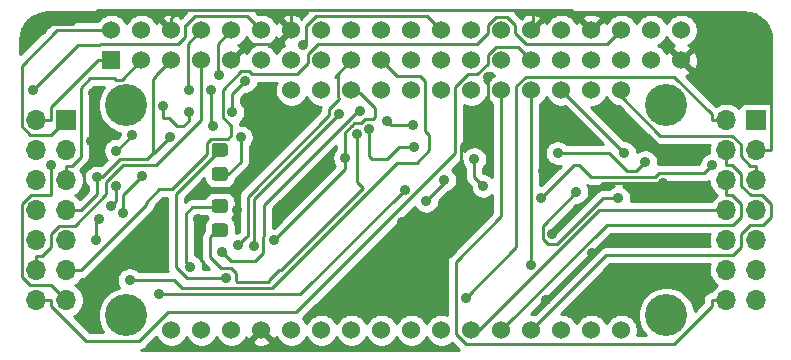
<source format=gbl>
%TF.GenerationSoftware,KiCad,Pcbnew,(5.1.6)-1*%
%TF.CreationDate,2020-07-21T16:07:18+02:00*%
%TF.ProjectId,RPI_LORA,5250495f-4c4f-4524-912e-6b696361645f,rev?*%
%TF.SameCoordinates,Original*%
%TF.FileFunction,Copper,L2,Bot*%
%TF.FilePolarity,Positive*%
%FSLAX46Y46*%
G04 Gerber Fmt 4.6, Leading zero omitted, Abs format (unit mm)*
G04 Created by KiCad (PCBNEW (5.1.6)-1) date 2020-07-21 16:07:18*
%MOMM*%
%LPD*%
G01*
G04 APERTURE LIST*
%TA.AperFunction,ComponentPad*%
%ADD10R,1.700000X1.700000*%
%TD*%
%TA.AperFunction,ComponentPad*%
%ADD11O,1.700000X1.700000*%
%TD*%
%TA.AperFunction,WasherPad*%
%ADD12C,3.556000*%
%TD*%
%TA.AperFunction,ComponentPad*%
%ADD13C,1.524000*%
%TD*%
%TA.AperFunction,ComponentPad*%
%ADD14R,1.524000X1.524000*%
%TD*%
%TA.AperFunction,ViaPad*%
%ADD15C,0.889000*%
%TD*%
%TA.AperFunction,Conductor*%
%ADD16C,0.254000*%
%TD*%
G04 APERTURE END LIST*
D10*
%TO.P,J2,1*%
%TO.N,/5v*%
X114102000Y-89339400D03*
D11*
%TO.P,J2,2*%
%TO.N,3.3v*%
X111562000Y-89339400D03*
%TO.P,J2,3*%
%TO.N,GND*%
X114102000Y-91879400D03*
%TO.P,J2,4*%
%TO.N,SPI_MISO*%
X111562000Y-91879400D03*
%TO.P,J2,5*%
%TO.N,SDA*%
X114102000Y-94419400D03*
%TO.P,J2,6*%
%TO.N,SPI_MOSI*%
X111562000Y-94419400D03*
%TO.P,J2,7*%
%TO.N,SCL*%
X114102000Y-96959400D03*
%TO.P,J2,8*%
%TO.N,SPI_SCK*%
X111562000Y-96959400D03*
%TO.P,J2,9*%
%TO.N,Gpio12*%
X114102000Y-99499400D03*
%TO.P,J2,10*%
%TO.N,SPI_CE0*%
X111562000Y-99499400D03*
%TO.P,J2,11*%
%TO.N,Gpio16*%
X114102000Y-102039400D03*
%TO.P,J2,12*%
%TO.N,Gpio4*%
X111562000Y-102039400D03*
%TO.P,J2,13*%
%TO.N,Gpio18*%
X114102000Y-104579400D03*
%TO.P,J2,14*%
%TO.N,Gpio5*%
X111562000Y-104579400D03*
%TD*%
D12*
%TO.P,U1,*%
%TO.N,*%
X164902000Y-105849400D03*
X119182000Y-105849400D03*
X164902000Y-88069400D03*
X119182000Y-88069400D03*
D13*
%TO.P,U1,1*%
%TO.N,SDA*%
X161092000Y-86799400D03*
%TO.P,U1,2*%
%TO.N,SCL*%
X158552000Y-86799400D03*
%TO.P,U1,3*%
%TO.N,/3*%
X156012000Y-86799400D03*
%TO.P,U1,4*%
%TO.N,/4*%
X153472000Y-86799400D03*
%TO.P,U1,5*%
%TO.N,/5*%
X150932000Y-86799400D03*
%TO.P,U1,6*%
%TO.N,/6*%
X148392000Y-86799400D03*
%TO.P,U1,7*%
%TO.N,/7*%
X145852000Y-86799400D03*
%TO.P,U1,8*%
%TO.N,N/C*%
X143312000Y-86799400D03*
%TO.P,U1,9*%
X140772000Y-86799400D03*
%TO.P,U1,10*%
%TO.N,/5v*%
X138232000Y-86799400D03*
%TO.P,U1,11*%
%TO.N,N/C*%
X135692000Y-86799400D03*
%TO.P,U1,12*%
%TO.N,/BAT*%
X133152000Y-86799400D03*
%TO.P,U1,13*%
%TO.N,N/C*%
X161092000Y-107119400D03*
%TO.P,U1,14*%
%TO.N,Net-(R1-Pad2)*%
X158552000Y-107119400D03*
%TO.P,U1,15*%
%TO.N,Net-(R2-Pad2)*%
X156012000Y-107119400D03*
%TO.P,U1,16*%
%TO.N,/MISO*%
X153472000Y-107119400D03*
%TO.P,U1,17*%
%TO.N,/MOSI*%
X150932000Y-107119400D03*
%TO.P,U1,18*%
%TO.N,/SCK*%
X148392000Y-107119400D03*
%TO.P,U1,19*%
%TO.N,N/C*%
X145852000Y-107119400D03*
%TO.P,U1,20*%
X143312000Y-107119400D03*
%TO.P,U1,21*%
X140772000Y-107119400D03*
%TO.P,U1,22*%
X138232000Y-107119400D03*
%TO.P,U1,23*%
X135692000Y-107119400D03*
%TO.P,U1,24*%
X133152000Y-107119400D03*
%TO.P,U1,25*%
%TO.N,GND*%
X130612000Y-107119400D03*
%TO.P,U1,26*%
%TO.N,N/C*%
X128072000Y-107119400D03*
%TO.P,U1,27*%
%TO.N,3.3v*%
X125532000Y-107119400D03*
%TO.P,U1,28*%
%TO.N,N/C*%
X122992000Y-107119400D03*
%TD*%
D10*
%TO.P,J1,1*%
%TO.N,/5v*%
X172522000Y-89339400D03*
D11*
%TO.P,J1,2*%
%TO.N,3.3v*%
X169982000Y-89339400D03*
%TO.P,J1,3*%
%TO.N,GND*%
X172522000Y-91879400D03*
%TO.P,J1,4*%
%TO.N,/MISO*%
X169982000Y-91879400D03*
%TO.P,J1,5*%
%TO.N,SDA*%
X172522000Y-94419400D03*
%TO.P,J1,6*%
%TO.N,/MOSI*%
X169982000Y-94419400D03*
%TO.P,J1,7*%
%TO.N,SCL*%
X172522000Y-96959400D03*
%TO.P,J1,8*%
%TO.N,/SCK*%
X169982000Y-96959400D03*
%TO.P,J1,9*%
%TO.N,/6*%
X172522000Y-99499400D03*
%TO.P,J1,10*%
%TO.N,/3*%
X169982000Y-99499400D03*
%TO.P,J1,11*%
%TO.N,/7*%
X172522000Y-102039400D03*
%TO.P,J1,12*%
%TO.N,/4*%
X169982000Y-102039400D03*
%TO.P,J1,13*%
%TO.N,/BAT*%
X172522000Y-104579400D03*
%TO.P,J1,14*%
%TO.N,/5*%
X169982000Y-104579400D03*
%TD*%
D14*
%TO.P,PI1,1*%
%TO.N,3.3v*%
X117912000Y-84259400D03*
D13*
%TO.P,PI1,2*%
%TO.N,/5v*%
X117912000Y-81719400D03*
%TO.P,PI1,3*%
%TO.N,SDA*%
X120452000Y-84259400D03*
%TO.P,PI1,4*%
%TO.N,/5v*%
X120452000Y-81719400D03*
%TO.P,PI1,5*%
%TO.N,SCL*%
X122992000Y-84259400D03*
%TO.P,PI1,6*%
%TO.N,GND*%
X122992000Y-81719400D03*
%TO.P,PI1,7*%
%TO.N,Gpio4*%
X125532000Y-84259400D03*
%TO.P,PI1,8*%
%TO.N,/RX*%
X125532000Y-81719400D03*
%TO.P,PI1,9*%
%TO.N,GND*%
X128072000Y-84259400D03*
%TO.P,PI1,10*%
%TO.N,/TX*%
X128072000Y-81719400D03*
%TO.P,PI1,11*%
%TO.N,N/C*%
X130612000Y-84259400D03*
%TO.P,PI1,12*%
%TO.N,Gpio18*%
X130612000Y-81719400D03*
%TO.P,PI1,13*%
%TO.N,N/C*%
X133152000Y-84259400D03*
%TO.P,PI1,14*%
%TO.N,GND*%
X133152000Y-81719400D03*
%TO.P,PI1,15*%
%TO.N,N/C*%
X135692000Y-84259400D03*
%TO.P,PI1,16*%
X135692000Y-81719400D03*
%TO.P,PI1,17*%
%TO.N,3.3v*%
X138232000Y-84259400D03*
%TO.P,PI1,18*%
%TO.N,N/C*%
X138232000Y-81719400D03*
%TO.P,PI1,19*%
%TO.N,SPI_MOSI*%
X140772000Y-84259400D03*
%TO.P,PI1,20*%
%TO.N,GND*%
X140772000Y-81719400D03*
%TO.P,PI1,21*%
%TO.N,SPI_MISO*%
X143312000Y-84259400D03*
%TO.P,PI1,22*%
%TO.N,N/C*%
X143312000Y-81719400D03*
%TO.P,PI1,23*%
%TO.N,SPI_SCK*%
X145852000Y-84259400D03*
%TO.P,PI1,24*%
%TO.N,SPI_CE0*%
X145852000Y-81719400D03*
%TO.P,PI1,25*%
%TO.N,GND*%
X148392000Y-84259400D03*
%TO.P,PI1,26*%
%TO.N,N/C*%
X148392000Y-81719400D03*
%TO.P,PI1,27*%
X150932000Y-84259400D03*
%TO.P,PI1,28*%
X150932000Y-81719400D03*
%TO.P,PI1,29*%
%TO.N,Gpio5*%
X153472000Y-84259400D03*
%TO.P,PI1,30*%
%TO.N,GND*%
X153472000Y-81719400D03*
%TO.P,PI1,31*%
%TO.N,N/C*%
X156012000Y-84259400D03*
%TO.P,PI1,32*%
%TO.N,Gpio12*%
X156012000Y-81719400D03*
%TO.P,PI1,33*%
%TO.N,N/C*%
X158552000Y-84259400D03*
%TO.P,PI1,34*%
%TO.N,GND*%
X158552000Y-81719400D03*
%TO.P,PI1,35*%
%TO.N,N/C*%
X161092000Y-84259400D03*
%TO.P,PI1,36*%
%TO.N,Gpio16*%
X161092000Y-81719400D03*
%TO.P,PI1,37*%
%TO.N,N/C*%
X163632000Y-84259400D03*
%TO.P,PI1,38*%
X163632000Y-81719400D03*
%TO.P,PI1,39*%
%TO.N,GND*%
X166172000Y-84259400D03*
%TO.P,PI1,40*%
%TO.N,N/C*%
X166172000Y-81719400D03*
%TD*%
%TO.P,R1,1*%
%TO.N,/TX*%
%TA.AperFunction,SMDPad,CuDef*%
G36*
G01*
X127547001Y-99224400D02*
X126646999Y-99224400D01*
G75*
G02*
X126397000Y-98974401I0J249999D01*
G01*
X126397000Y-98324399D01*
G75*
G02*
X126646999Y-98074400I249999J0D01*
G01*
X127547001Y-98074400D01*
G75*
G02*
X127797000Y-98324399I0J-249999D01*
G01*
X127797000Y-98974401D01*
G75*
G02*
X127547001Y-99224400I-249999J0D01*
G01*
G37*
%TD.AperFunction*%
%TO.P,R1,2*%
%TO.N,Net-(R1-Pad2)*%
%TA.AperFunction,SMDPad,CuDef*%
G36*
G01*
X127547001Y-97174400D02*
X126646999Y-97174400D01*
G75*
G02*
X126397000Y-96924401I0J249999D01*
G01*
X126397000Y-96274399D01*
G75*
G02*
X126646999Y-96024400I249999J0D01*
G01*
X127547001Y-96024400D01*
G75*
G02*
X127797000Y-96274399I0J-249999D01*
G01*
X127797000Y-96924401D01*
G75*
G02*
X127547001Y-97174400I-249999J0D01*
G01*
G37*
%TD.AperFunction*%
%TD*%
%TO.P,R2,2*%
%TO.N,Net-(R2-Pad2)*%
%TA.AperFunction,SMDPad,CuDef*%
G36*
G01*
X127547001Y-92424400D02*
X126646999Y-92424400D01*
G75*
G02*
X126397000Y-92174401I0J249999D01*
G01*
X126397000Y-91524399D01*
G75*
G02*
X126646999Y-91274400I249999J0D01*
G01*
X127547001Y-91274400D01*
G75*
G02*
X127797000Y-91524399I0J-249999D01*
G01*
X127797000Y-92174401D01*
G75*
G02*
X127547001Y-92424400I-249999J0D01*
G01*
G37*
%TD.AperFunction*%
%TO.P,R2,1*%
%TO.N,/RX*%
%TA.AperFunction,SMDPad,CuDef*%
G36*
G01*
X127547001Y-94474400D02*
X126646999Y-94474400D01*
G75*
G02*
X126397000Y-94224401I0J249999D01*
G01*
X126397000Y-93574399D01*
G75*
G02*
X126646999Y-93324400I249999J0D01*
G01*
X127547001Y-93324400D01*
G75*
G02*
X127797000Y-93574399I0J-249999D01*
G01*
X127797000Y-94224401D01*
G75*
G02*
X127547001Y-94474400I-249999J0D01*
G01*
G37*
%TD.AperFunction*%
%TD*%
D15*
%TO.N,GND*%
X172521880Y-86545420D03*
X161853880Y-104579420D03*
X164647880Y-94673420D03*
X155249880Y-98991420D03*
X158627647Y-100591187D03*
X154741880Y-104579420D03*
X139501880Y-105341420D03*
X141025880Y-101277420D03*
X142549880Y-97975420D03*
X116158800Y-91117420D03*
X116387880Y-87053420D03*
X112069880Y-81719420D03*
X149821497Y-85689037D03*
X149407880Y-89593420D03*
X145851880Y-96959420D03*
X133151880Y-95943420D03*
X154741880Y-90609420D03*
X154487880Y-93657420D03*
X158551880Y-91117420D03*
X161345880Y-90609420D03*
X164647880Y-91879420D03*
X128579880Y-96959420D03*
X131119880Y-87561420D03*
X125277880Y-97721420D03*
X121721880Y-97721420D03*
X121213880Y-101277420D03*
%TO.N,3.3v*%
X147930400Y-104361000D03*
X128665900Y-99916200D03*
%TO.N,SCL*%
X116676700Y-94184400D03*
X122916163Y-90787703D03*
X139755880Y-90101420D03*
X143565880Y-91625420D03*
X148645880Y-92641420D03*
X149407880Y-94927420D03*
X155694380Y-92133420D03*
X163123880Y-92895420D03*
%TO.N,/5v*%
X137678200Y-92509700D03*
X118274700Y-94922200D03*
X131684900Y-99505200D03*
X154295000Y-95916100D03*
X168759700Y-93149400D03*
X117871962Y-96611400D03*
%TO.N,/RX*%
X124515880Y-86799420D03*
X126357380Y-86799420D03*
X126547880Y-89847420D03*
X128875099Y-90799920D03*
%TO.N,/TX*%
X129252200Y-86030600D03*
X128163700Y-88670700D03*
X138679800Y-90550000D03*
X127055880Y-85529420D03*
%TO.N,Net-(R1-Pad2)*%
X124613500Y-101760500D03*
%TO.N,Net-(R2-Pad2)*%
X127627600Y-102676600D03*
%TO.N,/3*%
X161345880Y-92133420D03*
X160837880Y-95943420D03*
X157281880Y-95435420D03*
%TO.N,/4*%
X153457100Y-101561500D03*
%TO.N,/BAT*%
X129949600Y-99972700D03*
X137187000Y-88807300D03*
%TO.N,SPI_MISO*%
X124477995Y-88610330D03*
X118294868Y-91905842D03*
X119696926Y-90588281D03*
X122273583Y-88113123D03*
%TO.N,SPI_MOSI*%
X119459200Y-102871400D03*
%TO.N,SPI_SCK*%
X138976701Y-88544612D03*
X127309880Y-100515420D03*
X116641880Y-99504900D03*
X116895880Y-97721420D03*
%TO.N,Gpio12*%
X146105880Y-94394700D03*
X144581880Y-96197420D03*
%TO.N,SPI_CE0*%
X134111900Y-82940900D03*
X120494700Y-94060000D03*
X118864700Y-97177900D03*
X141237200Y-89438800D03*
X142736700Y-95220200D03*
X121969500Y-104036600D03*
X143480247Y-89761787D03*
%TO.N,Gpio18*%
X111307880Y-86799420D03*
X112831880Y-93149420D03*
%TD*%
D16*
%TO.N,GND*%
X173753001Y-91850480D02*
X173753001Y-87776541D01*
X172522000Y-91879400D02*
X173724081Y-91879400D01*
X173724081Y-91879400D02*
X173753001Y-91850480D01*
X173753001Y-87776541D02*
X172521880Y-86545420D01*
X164647880Y-94673420D02*
X159567880Y-94673420D01*
X159567880Y-94673420D02*
X155249880Y-98991420D01*
X158627647Y-100591187D02*
X154741880Y-104476954D01*
X154741880Y-104476954D02*
X154741880Y-104579420D01*
X139501880Y-105341420D02*
X139501880Y-102801420D01*
X139501880Y-102801420D02*
X141025880Y-101277420D01*
X141025880Y-101277420D02*
X141025880Y-99499420D01*
X141025880Y-99499420D02*
X142549880Y-97975420D01*
X122992000Y-81719400D02*
X122992000Y-80703300D01*
X156851090Y-80018490D02*
X158552000Y-81719400D01*
X122992000Y-80703300D02*
X123676810Y-80018490D01*
X153648810Y-80018490D02*
X153648810Y-81542590D01*
X153648810Y-80018490D02*
X156851090Y-80018490D01*
X153648810Y-81542590D02*
X153472000Y-81719400D01*
X133152000Y-80349680D02*
X132820810Y-80018490D01*
X133152000Y-81719400D02*
X133152000Y-80349680D01*
X123676810Y-80018490D02*
X132820810Y-80018490D01*
X132820810Y-80018490D02*
X153648810Y-80018490D01*
X129468999Y-82862401D02*
X128072000Y-84259400D01*
X132008999Y-82862401D02*
X129468999Y-82862401D01*
X133152000Y-81719400D02*
X132008999Y-82862401D01*
X116818810Y-80018490D02*
X115879880Y-80957420D01*
X123676810Y-80018490D02*
X116818810Y-80018490D01*
X114609910Y-81211390D02*
X112577910Y-81211390D01*
X115879880Y-80957420D02*
X114863880Y-80957420D01*
X114863880Y-80957420D02*
X114609910Y-81211390D01*
X112577910Y-81211390D02*
X112069880Y-81719420D01*
X116158800Y-91117420D02*
X116158800Y-87282500D01*
X116158800Y-87282500D02*
X116387880Y-87053420D01*
X149821497Y-85689037D02*
X149788999Y-85721535D01*
X149788999Y-89212301D02*
X149407880Y-89593420D01*
X149788999Y-85721535D02*
X149788999Y-89212301D01*
X144835880Y-97975420D02*
X145851880Y-96959420D01*
X142549880Y-97975420D02*
X144835880Y-97975420D01*
X147558209Y-95253091D02*
X147558209Y-91443091D01*
X147558209Y-91443091D02*
X149407880Y-89593420D01*
X145851880Y-96959420D02*
X147558209Y-95253091D01*
X154487880Y-90863420D02*
X154741880Y-90609420D01*
X154487880Y-93657420D02*
X154487880Y-90863420D01*
X161345880Y-90609420D02*
X163377880Y-90609420D01*
X163377880Y-90609420D02*
X164647880Y-91879420D01*
X128579880Y-96959420D02*
X128579880Y-95435420D01*
X128579880Y-95435420D02*
X131119880Y-92895420D01*
X131119880Y-92895420D02*
X131119880Y-87561420D01*
X121721880Y-97721420D02*
X121213880Y-98229420D01*
X121213880Y-98229420D02*
X121213880Y-101277420D01*
%TO.N,3.3v*%
X147930400Y-104361000D02*
X152202000Y-100089400D01*
X152202000Y-100089400D02*
X152202000Y-86448600D01*
X152202000Y-86448600D02*
X153004600Y-85646000D01*
X153004600Y-85646000D02*
X165567500Y-85646000D01*
X165567500Y-85646000D02*
X168750700Y-88829200D01*
X168750700Y-88829200D02*
X168750700Y-89339400D01*
X138232000Y-84259400D02*
X136835300Y-85656100D01*
X117912000Y-84259400D02*
X116768700Y-84259400D01*
X169982000Y-89339400D02*
X168750700Y-89339400D01*
X111562000Y-89339400D02*
X112793300Y-89339400D01*
X112793300Y-89339400D02*
X112793300Y-88234800D01*
X112793300Y-88234800D02*
X116768700Y-84259400D01*
X128665900Y-99916200D02*
X129336680Y-99245420D01*
X129441590Y-99145710D02*
X129441591Y-95834275D01*
X129336680Y-99245420D02*
X129341880Y-99245420D01*
X129341880Y-99245420D02*
X129441590Y-99145710D01*
X136361499Y-88914367D02*
X136361499Y-88415801D01*
X129441591Y-95834275D02*
X136361499Y-88914367D01*
X136361499Y-88415801D02*
X137215880Y-87561420D01*
X137215880Y-87474922D02*
X137088999Y-87348041D01*
X137215880Y-87561420D02*
X137215880Y-87474922D01*
X137088999Y-85402401D02*
X138232000Y-84259400D01*
X137088999Y-87348041D02*
X137088999Y-85402401D01*
%TO.N,SCL*%
X115333300Y-96959400D02*
X116676700Y-95616000D01*
X116676700Y-95616000D02*
X116676700Y-94184400D01*
X114102000Y-96959400D02*
X115333300Y-96959400D01*
X122992000Y-84259400D02*
X121721980Y-85529420D01*
X121448082Y-92153218D02*
X120959890Y-92641410D01*
X121448082Y-85831660D02*
X121448082Y-92153218D01*
X121721980Y-85529420D02*
X121721980Y-85557762D01*
X121721980Y-85557762D02*
X121448082Y-85831660D01*
X120959890Y-92641410D02*
X118669554Y-92641411D01*
X117126565Y-94184400D02*
X116676700Y-94184400D01*
X118669554Y-92641411D02*
X117126565Y-94184400D01*
X121448082Y-92153218D02*
X121550648Y-92153218D01*
X121550648Y-92153218D02*
X122916163Y-90787703D01*
X139755880Y-90101420D02*
X139755880Y-92387420D01*
X139755880Y-92387420D02*
X140009880Y-92641420D01*
X140009880Y-92641420D02*
X141279880Y-92641420D01*
X141279880Y-92641420D02*
X142295880Y-91625420D01*
X142295880Y-91625420D02*
X143565880Y-91625420D01*
X148645880Y-92641420D02*
X148645880Y-93911420D01*
X148645880Y-93911420D02*
X148645880Y-94165420D01*
X148645880Y-94165420D02*
X149407880Y-94927420D01*
X155694380Y-92133420D02*
X158551880Y-92133420D01*
X158551880Y-92133420D02*
X159567880Y-92133420D01*
X159567880Y-92133420D02*
X160075880Y-92133420D01*
X162361890Y-93657410D02*
X163123880Y-92895420D01*
X160075880Y-92133420D02*
X161599870Y-93657410D01*
X161599870Y-93657410D02*
X162361890Y-93657410D01*
%TO.N,SDA*%
X172522000Y-93188100D02*
X172011800Y-93188100D01*
X172011800Y-93188100D02*
X171213400Y-92389700D01*
X171213400Y-92389700D02*
X171213400Y-91364900D01*
X171213400Y-91364900D02*
X170496500Y-90648000D01*
X170496500Y-90648000D02*
X164406800Y-90648000D01*
X164406800Y-90648000D02*
X161092000Y-87333200D01*
X161092000Y-87333200D02*
X161092000Y-86799400D01*
X172522000Y-94419400D02*
X172522000Y-93188100D01*
X118801400Y-85910000D02*
X120452000Y-84259400D01*
X118279600Y-85910000D02*
X118801400Y-85910000D01*
X116133880Y-85783420D02*
X118153020Y-85783420D01*
X114102000Y-93188100D02*
X114563800Y-93188100D01*
X114102000Y-94419400D02*
X114102000Y-93188100D01*
X114563800Y-93188100D02*
X115333300Y-92418600D01*
X118153020Y-85783420D02*
X118279600Y-85910000D01*
X115333300Y-92418600D02*
X115333300Y-86584000D01*
X115333300Y-86584000D02*
X116133880Y-85783420D01*
%TO.N,/5v*%
X137678200Y-92509700D02*
X137678200Y-93511900D01*
X137678200Y-93511900D02*
X131684900Y-99505200D01*
X138232000Y-89830000D02*
X137678200Y-90383800D01*
X137678200Y-90383800D02*
X137678200Y-92509700D01*
X117402200Y-81719400D02*
X117912000Y-81719400D01*
X113339900Y-81719400D02*
X110308700Y-84750600D01*
X117912000Y-81719400D02*
X113339900Y-81719400D01*
X110308700Y-89851700D02*
X111066400Y-90609400D01*
X110308700Y-84750600D02*
X110308700Y-89851700D01*
X112832000Y-90609400D02*
X114102000Y-89339400D01*
X111066400Y-90609400D02*
X112832000Y-90609400D01*
X164251639Y-93847919D02*
X168061181Y-93847919D01*
X157061700Y-93149400D02*
X157535860Y-93149400D01*
X168061181Y-93847919D02*
X168759700Y-93149400D01*
X154295000Y-95916100D02*
X157061700Y-93149400D01*
X157535860Y-93149400D02*
X158551880Y-94165420D01*
X158551880Y-94165420D02*
X163934138Y-94165420D01*
X163934138Y-94165420D02*
X164251639Y-93847919D01*
X138232000Y-89830000D02*
X138249300Y-89830000D01*
X138485880Y-89593420D02*
X139042138Y-89593420D01*
X138249300Y-89830000D02*
X138485880Y-89593420D01*
X139042138Y-89593420D02*
X139359639Y-89275919D01*
X139359639Y-89275919D02*
X140073381Y-89275919D01*
X140073381Y-89275919D02*
X140263880Y-89085420D01*
X140263880Y-89085420D02*
X140263880Y-88323420D01*
X140263880Y-88323420D02*
X138993880Y-87053420D01*
X138486020Y-87053420D02*
X138232000Y-86799400D01*
X138993880Y-87053420D02*
X138486020Y-87053420D01*
X118274700Y-96208662D02*
X118274700Y-94922200D01*
X117871962Y-96611400D02*
X118274700Y-96208662D01*
%TO.N,/RX*%
X125532000Y-81719400D02*
X124388999Y-82862401D01*
X124388999Y-86672539D02*
X124515880Y-86799420D01*
X124388999Y-82862401D02*
X124388999Y-86672539D01*
X126357380Y-86799420D02*
X126357380Y-89656920D01*
X126357380Y-89656920D02*
X126547880Y-89847420D01*
X128875099Y-90799920D02*
X128875099Y-92854201D01*
X127829900Y-93899400D02*
X127097000Y-93899400D01*
X128875099Y-92854201D02*
X127829900Y-93899400D01*
%TO.N,/TX*%
X129252200Y-86030600D02*
X128163700Y-87119100D01*
X128163700Y-87119100D02*
X128163700Y-88670700D01*
X138679800Y-94613340D02*
X138679800Y-93678700D01*
X132135880Y-102039420D02*
X132271346Y-102039420D01*
X132271346Y-102039420D02*
X139188613Y-95122153D01*
X126293880Y-100913620D02*
X127231359Y-101851099D01*
X127097000Y-98649400D02*
X126889900Y-98649400D01*
X128544650Y-103020190D02*
X131290576Y-103020190D01*
X126293880Y-99245420D02*
X126293880Y-100913620D01*
X126889900Y-98649400D02*
X126293880Y-99245420D01*
X128453101Y-102280359D02*
X128453101Y-102928641D01*
X127231359Y-101851099D02*
X128023841Y-101851099D01*
X131290576Y-102884724D02*
X132135880Y-102039420D01*
X138679800Y-93678700D02*
X138679800Y-90550000D01*
X128023841Y-101851099D02*
X128453101Y-102280359D01*
X128453101Y-102928641D02*
X128544650Y-103020190D01*
X139188613Y-95122153D02*
X138679800Y-94613340D01*
X131290576Y-103020190D02*
X131290576Y-102884724D01*
X126928600Y-82862800D02*
X128072000Y-81719400D01*
X127055880Y-85529420D02*
X126928600Y-85402140D01*
X126928600Y-85402140D02*
X126928600Y-82862800D01*
%TO.N,Net-(R1-Pad2)*%
X124202700Y-97272600D02*
X124769880Y-96705420D01*
X124769880Y-96705420D02*
X126990980Y-96705420D01*
X124613500Y-101760500D02*
X124202700Y-101349700D01*
X126990980Y-96705420D02*
X127097000Y-96599400D01*
X124202700Y-101349700D02*
X124202700Y-97272600D01*
%TO.N,Net-(R2-Pad2)*%
X127627600Y-102676600D02*
X124303900Y-102676600D01*
X124303900Y-102676600D02*
X123354600Y-101727300D01*
X123354600Y-101727300D02*
X123354600Y-95591800D01*
X123354600Y-95591800D02*
X127097000Y-91849400D01*
%TO.N,/MISO*%
X169982000Y-91879400D02*
X169982000Y-93110700D01*
X153472000Y-107119400D02*
X159822000Y-100769400D01*
X159822000Y-100769400D02*
X170522500Y-100769400D01*
X170522500Y-100769400D02*
X171251800Y-100040100D01*
X171251800Y-100040100D02*
X171251800Y-98942400D01*
X171251800Y-98942400D02*
X171964800Y-98229400D01*
X171964800Y-98229400D02*
X173087700Y-98229400D01*
X173087700Y-98229400D02*
X173763000Y-97554100D01*
X173763000Y-97554100D02*
X173763000Y-96453200D01*
X173763000Y-96453200D02*
X172999200Y-95689400D01*
X172999200Y-95689400D02*
X172033600Y-95689400D01*
X172033600Y-95689400D02*
X171252000Y-94907800D01*
X171252000Y-94907800D02*
X171252000Y-93870500D01*
X171252000Y-93870500D02*
X170492200Y-93110700D01*
X170492200Y-93110700D02*
X169982000Y-93110700D01*
%TO.N,/MOSI*%
X169982000Y-94419400D02*
X169982000Y-95650700D01*
X150932000Y-107119400D02*
X159860600Y-98190800D01*
X159860600Y-98190800D02*
X170568300Y-98190800D01*
X170568300Y-98190800D02*
X171252000Y-97507100D01*
X171252000Y-97507100D02*
X171252000Y-96410500D01*
X171252000Y-96410500D02*
X170492200Y-95650700D01*
X170492200Y-95650700D02*
X169982000Y-95650700D01*
%TO.N,/SCK*%
X148392000Y-107119400D02*
X149067000Y-107119400D01*
X149067000Y-107119400D02*
X159227000Y-96959400D01*
X159227000Y-96959400D02*
X169982000Y-96959400D01*
%TO.N,/3*%
X156012000Y-86799400D02*
X161345880Y-92133280D01*
X161345880Y-92133280D02*
X161345880Y-92133420D01*
X154424379Y-98292921D02*
X157281880Y-95435420D01*
X159519622Y-95943420D02*
X155646121Y-99816921D01*
X155646121Y-99816921D02*
X154853639Y-99816921D01*
X154424379Y-99387661D02*
X154424379Y-98292921D01*
X160837880Y-95943420D02*
X159519622Y-95943420D01*
X154853639Y-99816921D02*
X154424379Y-99387661D01*
%TO.N,/4*%
X153457100Y-101561500D02*
X153457100Y-86814300D01*
X153457100Y-86814300D02*
X153472000Y-86799400D01*
%TO.N,/BAT*%
X137187000Y-88807300D02*
X129949600Y-96044700D01*
X129949600Y-96044700D02*
X129949600Y-99972700D01*
%TO.N,/5*%
X169982000Y-104579400D02*
X168750700Y-104579400D01*
X150932000Y-86799400D02*
X150932000Y-97488100D01*
X150932000Y-97488100D02*
X147058700Y-101361400D01*
X147058700Y-101361400D02*
X147058700Y-107409400D01*
X147058700Y-107409400D02*
X147915400Y-108266100D01*
X147915400Y-108266100D02*
X165574200Y-108266100D01*
X165574200Y-108266100D02*
X168750700Y-105089600D01*
X168750700Y-105089600D02*
X168750700Y-104579400D01*
%TO.N,SPI_MISO*%
X118294868Y-91905842D02*
X118379365Y-91905842D01*
X118379365Y-91905842D02*
X119696926Y-90588281D01*
X122273583Y-88113123D02*
X122273583Y-89129123D01*
X122273583Y-89129123D02*
X122781583Y-89129123D01*
X122781583Y-89129123D02*
X123499880Y-89847420D01*
X123499880Y-89847420D02*
X124007880Y-89847420D01*
X124477995Y-89377305D02*
X124477995Y-88610330D01*
X124007880Y-89847420D02*
X124477995Y-89377305D01*
%TO.N,SPI_MOSI*%
X119459200Y-102871400D02*
X123243600Y-102871400D01*
X123243600Y-102871400D02*
X123900400Y-103528200D01*
X123900400Y-103528200D02*
X131501000Y-103528200D01*
X131501000Y-103528200D02*
X142105300Y-92923900D01*
X142105300Y-85592700D02*
X140772000Y-84259400D01*
X142105300Y-92923900D02*
X143791400Y-92923900D01*
X143791400Y-92923900D02*
X144835880Y-91879420D01*
X144835880Y-91879420D02*
X144835880Y-90609420D01*
X144455001Y-85996761D02*
X144050940Y-85592700D01*
X144050940Y-85592700D02*
X142105300Y-85592700D01*
X144455001Y-90228541D02*
X144455001Y-85996761D01*
X144835880Y-90609420D02*
X144455001Y-90228541D01*
%TO.N,SPI_SCK*%
X138798954Y-88544612D02*
X137242146Y-90101420D01*
X138976701Y-88544612D02*
X138798954Y-88544612D01*
X137242146Y-90101420D02*
X130865880Y-96477686D01*
X130865880Y-96477686D02*
X130865880Y-98991420D01*
X130775101Y-99193257D02*
X130775101Y-100606199D01*
X130865880Y-98991420D02*
X130865880Y-99102478D01*
X130865880Y-99102478D02*
X130775101Y-99193257D01*
X130775101Y-100606199D02*
X130103880Y-101277420D01*
X130103880Y-101277420D02*
X128071880Y-101277420D01*
X128071880Y-101277420D02*
X127309880Y-100515420D01*
X116641880Y-99504900D02*
X116641880Y-97975420D01*
X116641880Y-97975420D02*
X116895880Y-97721420D01*
%TO.N,Gpio12*%
X146105880Y-94394700D02*
X146105880Y-94673420D01*
X146105880Y-94673420D02*
X144581880Y-96197420D01*
%TO.N,SPI_CE0*%
X142736700Y-95220200D02*
X133920300Y-104036600D01*
X133920300Y-104036600D02*
X121969500Y-104036600D01*
X118864700Y-97177900D02*
X118864700Y-95690000D01*
X118864700Y-95690000D02*
X120494700Y-94060000D01*
X134111900Y-82940900D02*
X134422000Y-82630800D01*
X134422000Y-82630800D02*
X134422000Y-81346500D01*
X134422000Y-81346500D02*
X135242000Y-80526500D01*
X135242000Y-80526500D02*
X144659100Y-80526500D01*
X144659100Y-80526500D02*
X145852000Y-81719400D01*
X141560187Y-89761787D02*
X141237200Y-89438800D01*
X143480247Y-89761787D02*
X141560187Y-89761787D01*
%TO.N,Gpio16*%
X120836700Y-96536000D02*
X115333300Y-102039400D01*
X114102000Y-102039400D02*
X115333300Y-102039400D01*
X121975880Y-95181420D02*
X120836700Y-96320600D01*
X126015990Y-92211976D02*
X123046546Y-95181420D01*
X126015990Y-91263024D02*
X126015990Y-92211976D01*
X126385624Y-90893390D02*
X126015990Y-91263024D01*
X127787910Y-90893390D02*
X126385624Y-90893390D01*
X149788700Y-81974800D02*
X148851800Y-82911700D01*
X150458500Y-80576100D02*
X149788700Y-81245900D01*
X152075300Y-81974800D02*
X152075300Y-81245800D01*
X161092000Y-81719400D02*
X159899600Y-82911800D01*
X135371300Y-82911700D02*
X134548600Y-83734400D01*
X133625400Y-85402800D02*
X129792300Y-85402800D01*
X149788700Y-81245900D02*
X149788700Y-81974800D01*
X120836700Y-96320600D02*
X120836700Y-96536000D01*
X152075300Y-81245800D02*
X151405600Y-80576100D01*
X134548600Y-83734400D02*
X134548600Y-84479600D01*
X151405600Y-80576100D02*
X150458500Y-80576100D01*
X123046546Y-95181420D02*
X121975880Y-95181420D01*
X159899600Y-82911800D02*
X153012300Y-82911800D01*
X128071880Y-89800622D02*
X128071880Y-90609420D01*
X153012300Y-82911800D02*
X152075300Y-81974800D01*
X134548600Y-84479600D02*
X133625400Y-85402800D01*
X129792300Y-85402800D02*
X129594300Y-85204800D01*
X129594300Y-85204800D02*
X128910200Y-85204800D01*
X128910200Y-85204800D02*
X127337900Y-86777100D01*
X127337900Y-89066642D02*
X128071880Y-89800622D01*
X127337900Y-86777100D02*
X127337900Y-89066642D01*
X128071880Y-90609420D02*
X127787910Y-90893390D01*
X147806160Y-82911700D02*
X135371300Y-82911700D01*
X148851800Y-82911700D02*
X147806160Y-82911700D01*
%TO.N,Gpio4*%
X125531880Y-89339420D02*
X125531880Y-88069420D01*
X121721880Y-93149420D02*
X125531880Y-89339420D01*
X118879979Y-93149420D02*
X121721880Y-93149420D01*
X117449199Y-94580200D02*
X118879979Y-93149420D01*
X111562000Y-100808100D02*
X112072200Y-100808100D01*
X117448900Y-95627000D02*
X117448900Y-94580200D01*
X111562000Y-102039400D02*
X111562000Y-100808100D01*
X112072200Y-100808100D02*
X112832000Y-100048300D01*
X112832000Y-98951700D02*
X113515700Y-98268000D01*
X114807900Y-98268000D02*
X117448900Y-95627000D01*
X112832000Y-100048300D02*
X112832000Y-98951700D01*
X113515700Y-98268000D02*
X114807900Y-98268000D01*
X117448900Y-94580200D02*
X117449199Y-94580200D01*
X125531880Y-84259520D02*
X125532000Y-84259400D01*
X125531880Y-88069420D02*
X125531880Y-84259520D01*
%TO.N,Gpio18*%
X110316300Y-102598100D02*
X111027600Y-103309400D01*
X110316300Y-96451700D02*
X110316300Y-102598100D01*
X111078600Y-95689400D02*
X110316300Y-96451700D01*
X130612000Y-81719400D02*
X129419100Y-80526500D01*
X125037900Y-80526500D02*
X124262000Y-81302400D01*
X112832000Y-103309400D02*
X114102000Y-104579400D01*
X111027600Y-103309400D02*
X112832000Y-103309400D01*
X129419100Y-80526500D02*
X125037900Y-80526500D01*
X124135001Y-81338299D02*
X124135001Y-82268041D01*
X124135001Y-82268041D02*
X123540641Y-82862401D01*
X124262000Y-81302400D02*
X124170900Y-81302400D01*
X124170900Y-81302400D02*
X124135001Y-81338299D01*
X123540641Y-82862401D02*
X117022899Y-82862401D01*
X117022899Y-82862401D02*
X116895880Y-82989420D01*
X116895880Y-82989420D02*
X115117880Y-82989420D01*
X115117880Y-82989420D02*
X111307880Y-86799420D01*
X112831880Y-93149420D02*
X112831880Y-95689380D01*
X112831880Y-95689380D02*
X112831900Y-95689400D01*
X112831900Y-95689400D02*
X111078600Y-95689400D01*
%TO.N,Gpio5*%
X111562000Y-104579400D02*
X112793300Y-104579400D01*
X153472000Y-84259400D02*
X152328700Y-83116100D01*
X152328700Y-83116100D02*
X150458500Y-83116100D01*
X150458500Y-83116100D02*
X149788700Y-83785900D01*
X149788700Y-83785900D02*
X149788700Y-84554400D01*
X149788700Y-84554400D02*
X148897600Y-85445500D01*
X148897600Y-85445500D02*
X148129000Y-85445500D01*
X148129000Y-85445500D02*
X147050200Y-86524300D01*
X147050200Y-86524300D02*
X147050200Y-92132600D01*
X147050200Y-92132600D02*
X133583800Y-105599000D01*
X133583800Y-105599000D02*
X122721700Y-105599000D01*
X122721700Y-105599000D02*
X120270300Y-108050400D01*
X120270300Y-108050400D02*
X115754100Y-108050400D01*
X115754100Y-108050400D02*
X112793300Y-105089600D01*
X112793300Y-105089600D02*
X112793300Y-104579400D01*
%TD*%
%TO.N,GND*%
G36*
X130805748Y-107105258D02*
G01*
X130791605Y-107119400D01*
X131577565Y-107905360D01*
X131817656Y-107838380D01*
X131881485Y-107702640D01*
X131913995Y-107781127D01*
X132066880Y-108009935D01*
X132261465Y-108204520D01*
X132490273Y-108357405D01*
X132744510Y-108462714D01*
X133014408Y-108516400D01*
X133289592Y-108516400D01*
X133559490Y-108462714D01*
X133813727Y-108357405D01*
X134042535Y-108204520D01*
X134237120Y-108009935D01*
X134390005Y-107781127D01*
X134422000Y-107703885D01*
X134453995Y-107781127D01*
X134606880Y-108009935D01*
X134801465Y-108204520D01*
X135030273Y-108357405D01*
X135284510Y-108462714D01*
X135554408Y-108516400D01*
X135829592Y-108516400D01*
X136099490Y-108462714D01*
X136353727Y-108357405D01*
X136582535Y-108204520D01*
X136777120Y-108009935D01*
X136930005Y-107781127D01*
X136962000Y-107703885D01*
X136993995Y-107781127D01*
X137146880Y-108009935D01*
X137341465Y-108204520D01*
X137570273Y-108357405D01*
X137824510Y-108462714D01*
X138094408Y-108516400D01*
X138369592Y-108516400D01*
X138639490Y-108462714D01*
X138893727Y-108357405D01*
X139122535Y-108204520D01*
X139317120Y-108009935D01*
X139470005Y-107781127D01*
X139502000Y-107703885D01*
X139533995Y-107781127D01*
X139686880Y-108009935D01*
X139881465Y-108204520D01*
X140110273Y-108357405D01*
X140364510Y-108462714D01*
X140634408Y-108516400D01*
X140909592Y-108516400D01*
X141179490Y-108462714D01*
X141433727Y-108357405D01*
X141662535Y-108204520D01*
X141857120Y-108009935D01*
X142010005Y-107781127D01*
X142042000Y-107703885D01*
X142073995Y-107781127D01*
X142226880Y-108009935D01*
X142421465Y-108204520D01*
X142650273Y-108357405D01*
X142904510Y-108462714D01*
X143174408Y-108516400D01*
X143449592Y-108516400D01*
X143719490Y-108462714D01*
X143973727Y-108357405D01*
X144202535Y-108204520D01*
X144397120Y-108009935D01*
X144550005Y-107781127D01*
X144582000Y-107703885D01*
X144613995Y-107781127D01*
X144766880Y-108009935D01*
X144961465Y-108204520D01*
X145190273Y-108357405D01*
X145444510Y-108462714D01*
X145714408Y-108516400D01*
X145989592Y-108516400D01*
X146259490Y-108462714D01*
X146513727Y-108357405D01*
X146742535Y-108204520D01*
X146759362Y-108187693D01*
X147350120Y-108778451D01*
X147359598Y-108790000D01*
X120457173Y-108790000D01*
X120563315Y-108757802D01*
X120695692Y-108687045D01*
X120811722Y-108591822D01*
X120835584Y-108562746D01*
X121713930Y-107684401D01*
X121753995Y-107781127D01*
X121906880Y-108009935D01*
X122101465Y-108204520D01*
X122330273Y-108357405D01*
X122584510Y-108462714D01*
X122854408Y-108516400D01*
X123129592Y-108516400D01*
X123399490Y-108462714D01*
X123653727Y-108357405D01*
X123882535Y-108204520D01*
X124077120Y-108009935D01*
X124230005Y-107781127D01*
X124262000Y-107703885D01*
X124293995Y-107781127D01*
X124446880Y-108009935D01*
X124641465Y-108204520D01*
X124870273Y-108357405D01*
X125124510Y-108462714D01*
X125394408Y-108516400D01*
X125669592Y-108516400D01*
X125939490Y-108462714D01*
X126193727Y-108357405D01*
X126422535Y-108204520D01*
X126617120Y-108009935D01*
X126770005Y-107781127D01*
X126802000Y-107703885D01*
X126833995Y-107781127D01*
X126986880Y-108009935D01*
X127181465Y-108204520D01*
X127410273Y-108357405D01*
X127664510Y-108462714D01*
X127934408Y-108516400D01*
X128209592Y-108516400D01*
X128479490Y-108462714D01*
X128733727Y-108357405D01*
X128962535Y-108204520D01*
X129082090Y-108084965D01*
X129826040Y-108084965D01*
X129893020Y-108325056D01*
X130142048Y-108442156D01*
X130409135Y-108508423D01*
X130684017Y-108521310D01*
X130956133Y-108480322D01*
X131215023Y-108387036D01*
X131330980Y-108325056D01*
X131397960Y-108084965D01*
X130612000Y-107299005D01*
X129826040Y-108084965D01*
X129082090Y-108084965D01*
X129157120Y-108009935D01*
X129310005Y-107781127D01*
X129339692Y-107709457D01*
X129344364Y-107722423D01*
X129406344Y-107838380D01*
X129646435Y-107905360D01*
X130432395Y-107119400D01*
X130418253Y-107105258D01*
X130597858Y-106925653D01*
X130612000Y-106939795D01*
X130626143Y-106925653D01*
X130805748Y-107105258D01*
G37*
X130805748Y-107105258D02*
X130791605Y-107119400D01*
X131577565Y-107905360D01*
X131817656Y-107838380D01*
X131881485Y-107702640D01*
X131913995Y-107781127D01*
X132066880Y-108009935D01*
X132261465Y-108204520D01*
X132490273Y-108357405D01*
X132744510Y-108462714D01*
X133014408Y-108516400D01*
X133289592Y-108516400D01*
X133559490Y-108462714D01*
X133813727Y-108357405D01*
X134042535Y-108204520D01*
X134237120Y-108009935D01*
X134390005Y-107781127D01*
X134422000Y-107703885D01*
X134453995Y-107781127D01*
X134606880Y-108009935D01*
X134801465Y-108204520D01*
X135030273Y-108357405D01*
X135284510Y-108462714D01*
X135554408Y-108516400D01*
X135829592Y-108516400D01*
X136099490Y-108462714D01*
X136353727Y-108357405D01*
X136582535Y-108204520D01*
X136777120Y-108009935D01*
X136930005Y-107781127D01*
X136962000Y-107703885D01*
X136993995Y-107781127D01*
X137146880Y-108009935D01*
X137341465Y-108204520D01*
X137570273Y-108357405D01*
X137824510Y-108462714D01*
X138094408Y-108516400D01*
X138369592Y-108516400D01*
X138639490Y-108462714D01*
X138893727Y-108357405D01*
X139122535Y-108204520D01*
X139317120Y-108009935D01*
X139470005Y-107781127D01*
X139502000Y-107703885D01*
X139533995Y-107781127D01*
X139686880Y-108009935D01*
X139881465Y-108204520D01*
X140110273Y-108357405D01*
X140364510Y-108462714D01*
X140634408Y-108516400D01*
X140909592Y-108516400D01*
X141179490Y-108462714D01*
X141433727Y-108357405D01*
X141662535Y-108204520D01*
X141857120Y-108009935D01*
X142010005Y-107781127D01*
X142042000Y-107703885D01*
X142073995Y-107781127D01*
X142226880Y-108009935D01*
X142421465Y-108204520D01*
X142650273Y-108357405D01*
X142904510Y-108462714D01*
X143174408Y-108516400D01*
X143449592Y-108516400D01*
X143719490Y-108462714D01*
X143973727Y-108357405D01*
X144202535Y-108204520D01*
X144397120Y-108009935D01*
X144550005Y-107781127D01*
X144582000Y-107703885D01*
X144613995Y-107781127D01*
X144766880Y-108009935D01*
X144961465Y-108204520D01*
X145190273Y-108357405D01*
X145444510Y-108462714D01*
X145714408Y-108516400D01*
X145989592Y-108516400D01*
X146259490Y-108462714D01*
X146513727Y-108357405D01*
X146742535Y-108204520D01*
X146759362Y-108187693D01*
X147350120Y-108778451D01*
X147359598Y-108790000D01*
X120457173Y-108790000D01*
X120563315Y-108757802D01*
X120695692Y-108687045D01*
X120811722Y-108591822D01*
X120835584Y-108562746D01*
X121713930Y-107684401D01*
X121753995Y-107781127D01*
X121906880Y-108009935D01*
X122101465Y-108204520D01*
X122330273Y-108357405D01*
X122584510Y-108462714D01*
X122854408Y-108516400D01*
X123129592Y-108516400D01*
X123399490Y-108462714D01*
X123653727Y-108357405D01*
X123882535Y-108204520D01*
X124077120Y-108009935D01*
X124230005Y-107781127D01*
X124262000Y-107703885D01*
X124293995Y-107781127D01*
X124446880Y-108009935D01*
X124641465Y-108204520D01*
X124870273Y-108357405D01*
X125124510Y-108462714D01*
X125394408Y-108516400D01*
X125669592Y-108516400D01*
X125939490Y-108462714D01*
X126193727Y-108357405D01*
X126422535Y-108204520D01*
X126617120Y-108009935D01*
X126770005Y-107781127D01*
X126802000Y-107703885D01*
X126833995Y-107781127D01*
X126986880Y-108009935D01*
X127181465Y-108204520D01*
X127410273Y-108357405D01*
X127664510Y-108462714D01*
X127934408Y-108516400D01*
X128209592Y-108516400D01*
X128479490Y-108462714D01*
X128733727Y-108357405D01*
X128962535Y-108204520D01*
X129082090Y-108084965D01*
X129826040Y-108084965D01*
X129893020Y-108325056D01*
X130142048Y-108442156D01*
X130409135Y-108508423D01*
X130684017Y-108521310D01*
X130956133Y-108480322D01*
X131215023Y-108387036D01*
X131330980Y-108325056D01*
X131397960Y-108084965D01*
X130612000Y-107299005D01*
X129826040Y-108084965D01*
X129082090Y-108084965D01*
X129157120Y-108009935D01*
X129310005Y-107781127D01*
X129339692Y-107709457D01*
X129344364Y-107722423D01*
X129406344Y-107838380D01*
X129646435Y-107905360D01*
X130432395Y-107119400D01*
X130418253Y-107105258D01*
X130597858Y-106925653D01*
X130612000Y-106939795D01*
X130626143Y-106925653D01*
X130805748Y-107105258D01*
G36*
X168554068Y-101606242D02*
G01*
X168497000Y-101893140D01*
X168497000Y-102185660D01*
X168554068Y-102472558D01*
X168666010Y-102742811D01*
X168828525Y-102986032D01*
X169035368Y-103192875D01*
X169209760Y-103309400D01*
X169035368Y-103425925D01*
X168828525Y-103632768D01*
X168704586Y-103818256D01*
X168601322Y-103828426D01*
X168457685Y-103871998D01*
X168325308Y-103942755D01*
X168209278Y-104037978D01*
X168114055Y-104154008D01*
X168043298Y-104286385D01*
X167999726Y-104430022D01*
X167985014Y-104579400D01*
X167988700Y-104616826D01*
X167988700Y-104773969D01*
X167287779Y-105474891D01*
X167222269Y-105145554D01*
X167040372Y-104706416D01*
X166776299Y-104311202D01*
X166440198Y-103975101D01*
X166044984Y-103711028D01*
X165605846Y-103529131D01*
X165139660Y-103436400D01*
X164664340Y-103436400D01*
X164198154Y-103529131D01*
X163759016Y-103711028D01*
X163363802Y-103975101D01*
X163027701Y-104311202D01*
X162763628Y-104706416D01*
X162581731Y-105145554D01*
X162489000Y-105611740D01*
X162489000Y-106087060D01*
X162581731Y-106553246D01*
X162763628Y-106992384D01*
X163027701Y-107387598D01*
X163144203Y-107504100D01*
X162439847Y-107504100D01*
X162489000Y-107256992D01*
X162489000Y-106981808D01*
X162435314Y-106711910D01*
X162330005Y-106457673D01*
X162177120Y-106228865D01*
X161982535Y-106034280D01*
X161753727Y-105881395D01*
X161499490Y-105776086D01*
X161229592Y-105722400D01*
X160954408Y-105722400D01*
X160684510Y-105776086D01*
X160430273Y-105881395D01*
X160201465Y-106034280D01*
X160006880Y-106228865D01*
X159853995Y-106457673D01*
X159822000Y-106534915D01*
X159790005Y-106457673D01*
X159637120Y-106228865D01*
X159442535Y-106034280D01*
X159213727Y-105881395D01*
X158959490Y-105776086D01*
X158689592Y-105722400D01*
X158414408Y-105722400D01*
X158144510Y-105776086D01*
X157890273Y-105881395D01*
X157661465Y-106034280D01*
X157466880Y-106228865D01*
X157313995Y-106457673D01*
X157282000Y-106534915D01*
X157250005Y-106457673D01*
X157097120Y-106228865D01*
X156902535Y-106034280D01*
X156673727Y-105881395D01*
X156419490Y-105776086D01*
X156149592Y-105722400D01*
X155946630Y-105722400D01*
X160137631Y-101531400D01*
X168585068Y-101531400D01*
X168554068Y-101606242D01*
G37*
X168554068Y-101606242D02*
X168497000Y-101893140D01*
X168497000Y-102185660D01*
X168554068Y-102472558D01*
X168666010Y-102742811D01*
X168828525Y-102986032D01*
X169035368Y-103192875D01*
X169209760Y-103309400D01*
X169035368Y-103425925D01*
X168828525Y-103632768D01*
X168704586Y-103818256D01*
X168601322Y-103828426D01*
X168457685Y-103871998D01*
X168325308Y-103942755D01*
X168209278Y-104037978D01*
X168114055Y-104154008D01*
X168043298Y-104286385D01*
X167999726Y-104430022D01*
X167985014Y-104579400D01*
X167988700Y-104616826D01*
X167988700Y-104773969D01*
X167287779Y-105474891D01*
X167222269Y-105145554D01*
X167040372Y-104706416D01*
X166776299Y-104311202D01*
X166440198Y-103975101D01*
X166044984Y-103711028D01*
X165605846Y-103529131D01*
X165139660Y-103436400D01*
X164664340Y-103436400D01*
X164198154Y-103529131D01*
X163759016Y-103711028D01*
X163363802Y-103975101D01*
X163027701Y-104311202D01*
X162763628Y-104706416D01*
X162581731Y-105145554D01*
X162489000Y-105611740D01*
X162489000Y-106087060D01*
X162581731Y-106553246D01*
X162763628Y-106992384D01*
X163027701Y-107387598D01*
X163144203Y-107504100D01*
X162439847Y-107504100D01*
X162489000Y-107256992D01*
X162489000Y-106981808D01*
X162435314Y-106711910D01*
X162330005Y-106457673D01*
X162177120Y-106228865D01*
X161982535Y-106034280D01*
X161753727Y-105881395D01*
X161499490Y-105776086D01*
X161229592Y-105722400D01*
X160954408Y-105722400D01*
X160684510Y-105776086D01*
X160430273Y-105881395D01*
X160201465Y-106034280D01*
X160006880Y-106228865D01*
X159853995Y-106457673D01*
X159822000Y-106534915D01*
X159790005Y-106457673D01*
X159637120Y-106228865D01*
X159442535Y-106034280D01*
X159213727Y-105881395D01*
X158959490Y-105776086D01*
X158689592Y-105722400D01*
X158414408Y-105722400D01*
X158144510Y-105776086D01*
X157890273Y-105881395D01*
X157661465Y-106034280D01*
X157466880Y-106228865D01*
X157313995Y-106457673D01*
X157282000Y-106534915D01*
X157250005Y-106457673D01*
X157097120Y-106228865D01*
X156902535Y-106034280D01*
X156673727Y-105881395D01*
X156419490Y-105776086D01*
X156149592Y-105722400D01*
X155946630Y-105722400D01*
X160137631Y-101531400D01*
X168585068Y-101531400D01*
X168554068Y-101606242D01*
G36*
X122592600Y-101689877D02*
G01*
X122588914Y-101727300D01*
X122592600Y-101764723D01*
X122592600Y-101764725D01*
X122603626Y-101876677D01*
X122647198Y-102020314D01*
X122666636Y-102056679D01*
X122694815Y-102109400D01*
X120223843Y-102109400D01*
X120147341Y-102032898D01*
X119970535Y-101914760D01*
X119774078Y-101833385D01*
X119565521Y-101791900D01*
X119352879Y-101791900D01*
X119144322Y-101833385D01*
X118947865Y-101914760D01*
X118771059Y-102032898D01*
X118620698Y-102183259D01*
X118502560Y-102360065D01*
X118421185Y-102556522D01*
X118379700Y-102765079D01*
X118379700Y-102977721D01*
X118421185Y-103186278D01*
X118502560Y-103382735D01*
X118586040Y-103507671D01*
X118478154Y-103529131D01*
X118039016Y-103711028D01*
X117643802Y-103975101D01*
X117307701Y-104311202D01*
X117043628Y-104706416D01*
X116861731Y-105145554D01*
X116769000Y-105611740D01*
X116769000Y-106087060D01*
X116861731Y-106553246D01*
X117043628Y-106992384D01*
X117241419Y-107288400D01*
X116069730Y-107288400D01*
X114714413Y-105933083D01*
X114805411Y-105895390D01*
X115048632Y-105732875D01*
X115255475Y-105526032D01*
X115417990Y-105282811D01*
X115529932Y-105012558D01*
X115587000Y-104725660D01*
X115587000Y-104433140D01*
X115529932Y-104146242D01*
X115417990Y-103875989D01*
X115255475Y-103632768D01*
X115048632Y-103425925D01*
X114874240Y-103309400D01*
X115048632Y-103192875D01*
X115255475Y-102986032D01*
X115379414Y-102800544D01*
X115482678Y-102790374D01*
X115626315Y-102746802D01*
X115758692Y-102676045D01*
X115874722Y-102580822D01*
X115898584Y-102551746D01*
X121349052Y-97101279D01*
X121378122Y-97077422D01*
X121421314Y-97024792D01*
X121473345Y-96961393D01*
X121544101Y-96829016D01*
X121548917Y-96813140D01*
X121587674Y-96685377D01*
X121591839Y-96643092D01*
X122291511Y-95943420D01*
X122592601Y-95943420D01*
X122592600Y-101689877D01*
G37*
X122592600Y-101689877D02*
X122588914Y-101727300D01*
X122592600Y-101764723D01*
X122592600Y-101764725D01*
X122603626Y-101876677D01*
X122647198Y-102020314D01*
X122666636Y-102056679D01*
X122694815Y-102109400D01*
X120223843Y-102109400D01*
X120147341Y-102032898D01*
X119970535Y-101914760D01*
X119774078Y-101833385D01*
X119565521Y-101791900D01*
X119352879Y-101791900D01*
X119144322Y-101833385D01*
X118947865Y-101914760D01*
X118771059Y-102032898D01*
X118620698Y-102183259D01*
X118502560Y-102360065D01*
X118421185Y-102556522D01*
X118379700Y-102765079D01*
X118379700Y-102977721D01*
X118421185Y-103186278D01*
X118502560Y-103382735D01*
X118586040Y-103507671D01*
X118478154Y-103529131D01*
X118039016Y-103711028D01*
X117643802Y-103975101D01*
X117307701Y-104311202D01*
X117043628Y-104706416D01*
X116861731Y-105145554D01*
X116769000Y-105611740D01*
X116769000Y-106087060D01*
X116861731Y-106553246D01*
X117043628Y-106992384D01*
X117241419Y-107288400D01*
X116069730Y-107288400D01*
X114714413Y-105933083D01*
X114805411Y-105895390D01*
X115048632Y-105732875D01*
X115255475Y-105526032D01*
X115417990Y-105282811D01*
X115529932Y-105012558D01*
X115587000Y-104725660D01*
X115587000Y-104433140D01*
X115529932Y-104146242D01*
X115417990Y-103875989D01*
X115255475Y-103632768D01*
X115048632Y-103425925D01*
X114874240Y-103309400D01*
X115048632Y-103192875D01*
X115255475Y-102986032D01*
X115379414Y-102800544D01*
X115482678Y-102790374D01*
X115626315Y-102746802D01*
X115758692Y-102676045D01*
X115874722Y-102580822D01*
X115898584Y-102551746D01*
X121349052Y-97101279D01*
X121378122Y-97077422D01*
X121421314Y-97024792D01*
X121473345Y-96961393D01*
X121544101Y-96829016D01*
X121548917Y-96813140D01*
X121587674Y-96685377D01*
X121591839Y-96643092D01*
X122291511Y-95943420D01*
X122592601Y-95943420D01*
X122592600Y-101689877D01*
G36*
X147566380Y-92747741D02*
G01*
X147607865Y-92956298D01*
X147689240Y-93152755D01*
X147807378Y-93329561D01*
X147883881Y-93406064D01*
X147883881Y-93873985D01*
X147883880Y-93873995D01*
X147883880Y-94127997D01*
X147880194Y-94165420D01*
X147883880Y-94202843D01*
X147883880Y-94202846D01*
X147894906Y-94314798D01*
X147938478Y-94458435D01*
X148009235Y-94590812D01*
X148104458Y-94706842D01*
X148133532Y-94730702D01*
X148328380Y-94925550D01*
X148328380Y-95033741D01*
X148369865Y-95242298D01*
X148451240Y-95438755D01*
X148569378Y-95615561D01*
X148719739Y-95765922D01*
X148896545Y-95884060D01*
X149093002Y-95965435D01*
X149301559Y-96006920D01*
X149514201Y-96006920D01*
X149722758Y-95965435D01*
X149919215Y-95884060D01*
X150096021Y-95765922D01*
X150170001Y-95691942D01*
X150170001Y-97172468D01*
X146546354Y-100796116D01*
X146517278Y-100819978D01*
X146473896Y-100872840D01*
X146422055Y-100936008D01*
X146396189Y-100984400D01*
X146351298Y-101068386D01*
X146307726Y-101212023D01*
X146297722Y-101313601D01*
X146293014Y-101361400D01*
X146296700Y-101398823D01*
X146296701Y-105791499D01*
X146259490Y-105776086D01*
X145989592Y-105722400D01*
X145714408Y-105722400D01*
X145444510Y-105776086D01*
X145190273Y-105881395D01*
X144961465Y-106034280D01*
X144766880Y-106228865D01*
X144613995Y-106457673D01*
X144582000Y-106534915D01*
X144550005Y-106457673D01*
X144397120Y-106228865D01*
X144202535Y-106034280D01*
X143973727Y-105881395D01*
X143719490Y-105776086D01*
X143449592Y-105722400D01*
X143174408Y-105722400D01*
X142904510Y-105776086D01*
X142650273Y-105881395D01*
X142421465Y-106034280D01*
X142226880Y-106228865D01*
X142073995Y-106457673D01*
X142042000Y-106534915D01*
X142010005Y-106457673D01*
X141857120Y-106228865D01*
X141662535Y-106034280D01*
X141433727Y-105881395D01*
X141179490Y-105776086D01*
X140909592Y-105722400D01*
X140634408Y-105722400D01*
X140364510Y-105776086D01*
X140110273Y-105881395D01*
X139881465Y-106034280D01*
X139686880Y-106228865D01*
X139533995Y-106457673D01*
X139502000Y-106534915D01*
X139470005Y-106457673D01*
X139317120Y-106228865D01*
X139122535Y-106034280D01*
X138893727Y-105881395D01*
X138639490Y-105776086D01*
X138369592Y-105722400D01*
X138094408Y-105722400D01*
X137824510Y-105776086D01*
X137570273Y-105881395D01*
X137341465Y-106034280D01*
X137146880Y-106228865D01*
X136993995Y-106457673D01*
X136962000Y-106534915D01*
X136930005Y-106457673D01*
X136777120Y-106228865D01*
X136582535Y-106034280D01*
X136353727Y-105881395D01*
X136099490Y-105776086D01*
X135829592Y-105722400D01*
X135554408Y-105722400D01*
X135284510Y-105776086D01*
X135030273Y-105881395D01*
X134801465Y-106034280D01*
X134606880Y-106228865D01*
X134453995Y-106457673D01*
X134422000Y-106534915D01*
X134390005Y-106457673D01*
X134237120Y-106228865D01*
X134135794Y-106127539D01*
X134149084Y-106111346D01*
X143603693Y-96656737D01*
X143625240Y-96708755D01*
X143743378Y-96885561D01*
X143893739Y-97035922D01*
X144070545Y-97154060D01*
X144267002Y-97235435D01*
X144475559Y-97276920D01*
X144688201Y-97276920D01*
X144896758Y-97235435D01*
X145093215Y-97154060D01*
X145270021Y-97035922D01*
X145420382Y-96885561D01*
X145538520Y-96708755D01*
X145619895Y-96512298D01*
X145661380Y-96303741D01*
X145661380Y-96195550D01*
X146426661Y-95430270D01*
X146617215Y-95351340D01*
X146794021Y-95233202D01*
X146944382Y-95082841D01*
X147062520Y-94906035D01*
X147143895Y-94709578D01*
X147185380Y-94501021D01*
X147185380Y-94288379D01*
X147143895Y-94079822D01*
X147062520Y-93883365D01*
X146944382Y-93706559D01*
X146794021Y-93556198D01*
X146740196Y-93520234D01*
X147562546Y-92697884D01*
X147566380Y-92694737D01*
X147566380Y-92747741D01*
G37*
X147566380Y-92747741D02*
X147607865Y-92956298D01*
X147689240Y-93152755D01*
X147807378Y-93329561D01*
X147883881Y-93406064D01*
X147883881Y-93873985D01*
X147883880Y-93873995D01*
X147883880Y-94127997D01*
X147880194Y-94165420D01*
X147883880Y-94202843D01*
X147883880Y-94202846D01*
X147894906Y-94314798D01*
X147938478Y-94458435D01*
X148009235Y-94590812D01*
X148104458Y-94706842D01*
X148133532Y-94730702D01*
X148328380Y-94925550D01*
X148328380Y-95033741D01*
X148369865Y-95242298D01*
X148451240Y-95438755D01*
X148569378Y-95615561D01*
X148719739Y-95765922D01*
X148896545Y-95884060D01*
X149093002Y-95965435D01*
X149301559Y-96006920D01*
X149514201Y-96006920D01*
X149722758Y-95965435D01*
X149919215Y-95884060D01*
X150096021Y-95765922D01*
X150170001Y-95691942D01*
X150170001Y-97172468D01*
X146546354Y-100796116D01*
X146517278Y-100819978D01*
X146473896Y-100872840D01*
X146422055Y-100936008D01*
X146396189Y-100984400D01*
X146351298Y-101068386D01*
X146307726Y-101212023D01*
X146297722Y-101313601D01*
X146293014Y-101361400D01*
X146296700Y-101398823D01*
X146296701Y-105791499D01*
X146259490Y-105776086D01*
X145989592Y-105722400D01*
X145714408Y-105722400D01*
X145444510Y-105776086D01*
X145190273Y-105881395D01*
X144961465Y-106034280D01*
X144766880Y-106228865D01*
X144613995Y-106457673D01*
X144582000Y-106534915D01*
X144550005Y-106457673D01*
X144397120Y-106228865D01*
X144202535Y-106034280D01*
X143973727Y-105881395D01*
X143719490Y-105776086D01*
X143449592Y-105722400D01*
X143174408Y-105722400D01*
X142904510Y-105776086D01*
X142650273Y-105881395D01*
X142421465Y-106034280D01*
X142226880Y-106228865D01*
X142073995Y-106457673D01*
X142042000Y-106534915D01*
X142010005Y-106457673D01*
X141857120Y-106228865D01*
X141662535Y-106034280D01*
X141433727Y-105881395D01*
X141179490Y-105776086D01*
X140909592Y-105722400D01*
X140634408Y-105722400D01*
X140364510Y-105776086D01*
X140110273Y-105881395D01*
X139881465Y-106034280D01*
X139686880Y-106228865D01*
X139533995Y-106457673D01*
X139502000Y-106534915D01*
X139470005Y-106457673D01*
X139317120Y-106228865D01*
X139122535Y-106034280D01*
X138893727Y-105881395D01*
X138639490Y-105776086D01*
X138369592Y-105722400D01*
X138094408Y-105722400D01*
X137824510Y-105776086D01*
X137570273Y-105881395D01*
X137341465Y-106034280D01*
X137146880Y-106228865D01*
X136993995Y-106457673D01*
X136962000Y-106534915D01*
X136930005Y-106457673D01*
X136777120Y-106228865D01*
X136582535Y-106034280D01*
X136353727Y-105881395D01*
X136099490Y-105776086D01*
X135829592Y-105722400D01*
X135554408Y-105722400D01*
X135284510Y-105776086D01*
X135030273Y-105881395D01*
X134801465Y-106034280D01*
X134606880Y-106228865D01*
X134453995Y-106457673D01*
X134422000Y-106534915D01*
X134390005Y-106457673D01*
X134237120Y-106228865D01*
X134135794Y-106127539D01*
X134149084Y-106111346D01*
X143603693Y-96656737D01*
X143625240Y-96708755D01*
X143743378Y-96885561D01*
X143893739Y-97035922D01*
X144070545Y-97154060D01*
X144267002Y-97235435D01*
X144475559Y-97276920D01*
X144688201Y-97276920D01*
X144896758Y-97235435D01*
X145093215Y-97154060D01*
X145270021Y-97035922D01*
X145420382Y-96885561D01*
X145538520Y-96708755D01*
X145619895Y-96512298D01*
X145661380Y-96303741D01*
X145661380Y-96195550D01*
X146426661Y-95430270D01*
X146617215Y-95351340D01*
X146794021Y-95233202D01*
X146944382Y-95082841D01*
X147062520Y-94906035D01*
X147143895Y-94709578D01*
X147185380Y-94501021D01*
X147185380Y-94288379D01*
X147143895Y-94079822D01*
X147062520Y-93883365D01*
X146944382Y-93706559D01*
X146794021Y-93556198D01*
X146740196Y-93520234D01*
X147562546Y-92697884D01*
X147566380Y-92694737D01*
X147566380Y-92747741D01*
G36*
X168554068Y-99066242D02*
G01*
X168497000Y-99353140D01*
X168497000Y-99645660D01*
X168554068Y-99932558D01*
X168585068Y-100007400D01*
X159859422Y-100007400D01*
X159821999Y-100003714D01*
X159784576Y-100007400D01*
X159784574Y-100007400D01*
X159672622Y-100018426D01*
X159528985Y-100061998D01*
X159396608Y-100132755D01*
X159280578Y-100227978D01*
X159256721Y-100257048D01*
X153761211Y-105752559D01*
X153609592Y-105722400D01*
X153406630Y-105722400D01*
X160176231Y-98952800D01*
X168601057Y-98952800D01*
X168554068Y-99066242D01*
G37*
X168554068Y-99066242D02*
X168497000Y-99353140D01*
X168497000Y-99645660D01*
X168554068Y-99932558D01*
X168585068Y-100007400D01*
X159859422Y-100007400D01*
X159821999Y-100003714D01*
X159784576Y-100007400D01*
X159784574Y-100007400D01*
X159672622Y-100018426D01*
X159528985Y-100061998D01*
X159396608Y-100132755D01*
X159280578Y-100227978D01*
X159256721Y-100257048D01*
X153761211Y-105752559D01*
X153609592Y-105722400D01*
X153406630Y-105722400D01*
X160176231Y-98952800D01*
X168601057Y-98952800D01*
X168554068Y-99066242D01*
G36*
X126019038Y-97552362D02*
G01*
X126106816Y-97624400D01*
X126019038Y-97696438D01*
X125908595Y-97831013D01*
X125826528Y-97984549D01*
X125775992Y-98151145D01*
X125758928Y-98324399D01*
X125758928Y-98698688D01*
X125752458Y-98703998D01*
X125713872Y-98751016D01*
X125657235Y-98820028D01*
X125636832Y-98858200D01*
X125586478Y-98952406D01*
X125542906Y-99096043D01*
X125531880Y-99207994D01*
X125528194Y-99245420D01*
X125531880Y-99282844D01*
X125531881Y-100876187D01*
X125528194Y-100913620D01*
X125542907Y-101062998D01*
X125586479Y-101206635D01*
X125657235Y-101339012D01*
X125712248Y-101406045D01*
X125752459Y-101455042D01*
X125781529Y-101478899D01*
X126217230Y-101914600D01*
X125683496Y-101914600D01*
X125693000Y-101866821D01*
X125693000Y-101654179D01*
X125651515Y-101445622D01*
X125570140Y-101249165D01*
X125452002Y-101072359D01*
X125301641Y-100921998D01*
X125124835Y-100803860D01*
X124964700Y-100737530D01*
X124964700Y-97588230D01*
X125085510Y-97467420D01*
X125949328Y-97467420D01*
X126019038Y-97552362D01*
G37*
X126019038Y-97552362D02*
X126106816Y-97624400D01*
X126019038Y-97696438D01*
X125908595Y-97831013D01*
X125826528Y-97984549D01*
X125775992Y-98151145D01*
X125758928Y-98324399D01*
X125758928Y-98698688D01*
X125752458Y-98703998D01*
X125713872Y-98751016D01*
X125657235Y-98820028D01*
X125636832Y-98858200D01*
X125586478Y-98952406D01*
X125542906Y-99096043D01*
X125531880Y-99207994D01*
X125528194Y-99245420D01*
X125531880Y-99282844D01*
X125531881Y-100876187D01*
X125528194Y-100913620D01*
X125542907Y-101062998D01*
X125586479Y-101206635D01*
X125657235Y-101339012D01*
X125712248Y-101406045D01*
X125752459Y-101455042D01*
X125781529Y-101478899D01*
X126217230Y-101914600D01*
X125683496Y-101914600D01*
X125693000Y-101866821D01*
X125693000Y-101654179D01*
X125651515Y-101445622D01*
X125570140Y-101249165D01*
X125452002Y-101072359D01*
X125301641Y-100921998D01*
X125124835Y-100803860D01*
X124964700Y-100737530D01*
X124964700Y-97588230D01*
X125085510Y-97467420D01*
X125949328Y-97467420D01*
X126019038Y-97552362D01*
G36*
X158258865Y-94872822D02*
G01*
X158402502Y-94916394D01*
X158514454Y-94927420D01*
X158514456Y-94927420D01*
X158551879Y-94931106D01*
X158589302Y-94927420D01*
X160469853Y-94927420D01*
X160326545Y-94986780D01*
X160149739Y-95104918D01*
X160073237Y-95181420D01*
X159557045Y-95181420D01*
X159519622Y-95177734D01*
X159482199Y-95181420D01*
X159482196Y-95181420D01*
X159370244Y-95192446D01*
X159226607Y-95236018D01*
X159173119Y-95264608D01*
X159094229Y-95306775D01*
X159061074Y-95333985D01*
X158978200Y-95401998D01*
X158954338Y-95431074D01*
X155330491Y-99054921D01*
X155186379Y-99054921D01*
X155186379Y-98608551D01*
X157280010Y-96514920D01*
X157388201Y-96514920D01*
X157596758Y-96473435D01*
X157793215Y-96392060D01*
X157970021Y-96273922D01*
X158120382Y-96123561D01*
X158238520Y-95946755D01*
X158319895Y-95750298D01*
X158361380Y-95541741D01*
X158361380Y-95329099D01*
X158319895Y-95120542D01*
X158238520Y-94924085D01*
X158173934Y-94827426D01*
X158258865Y-94872822D01*
G37*
X158258865Y-94872822D02*
X158402502Y-94916394D01*
X158514454Y-94927420D01*
X158514456Y-94927420D01*
X158551879Y-94931106D01*
X158589302Y-94927420D01*
X160469853Y-94927420D01*
X160326545Y-94986780D01*
X160149739Y-95104918D01*
X160073237Y-95181420D01*
X159557045Y-95181420D01*
X159519622Y-95177734D01*
X159482199Y-95181420D01*
X159482196Y-95181420D01*
X159370244Y-95192446D01*
X159226607Y-95236018D01*
X159173119Y-95264608D01*
X159094229Y-95306775D01*
X159061074Y-95333985D01*
X158978200Y-95401998D01*
X158954338Y-95431074D01*
X155330491Y-99054921D01*
X155186379Y-99054921D01*
X155186379Y-98608551D01*
X157280010Y-96514920D01*
X157388201Y-96514920D01*
X157596758Y-96473435D01*
X157793215Y-96392060D01*
X157970021Y-96273922D01*
X158120382Y-96123561D01*
X158238520Y-95946755D01*
X158319895Y-95750298D01*
X158361380Y-95541741D01*
X158361380Y-95329099D01*
X158319895Y-95120542D01*
X158238520Y-94924085D01*
X158173934Y-94827426D01*
X158258865Y-94872822D01*
G36*
X131808686Y-86391910D02*
G01*
X131755000Y-86661808D01*
X131755000Y-86936992D01*
X131808686Y-87206890D01*
X131913995Y-87461127D01*
X132066880Y-87689935D01*
X132261465Y-87884520D01*
X132490273Y-88037405D01*
X132744510Y-88142714D01*
X133014408Y-88196400D01*
X133289592Y-88196400D01*
X133559490Y-88142714D01*
X133813727Y-88037405D01*
X134042535Y-87884520D01*
X134237120Y-87689935D01*
X134390005Y-87461127D01*
X134422000Y-87383885D01*
X134453995Y-87461127D01*
X134606880Y-87689935D01*
X134801465Y-87884520D01*
X135030273Y-88037405D01*
X135284510Y-88142714D01*
X135554408Y-88196400D01*
X135631766Y-88196400D01*
X135610525Y-88266423D01*
X135599521Y-88378150D01*
X135595813Y-88415801D01*
X135599499Y-88453224D01*
X135599499Y-88598736D01*
X128929240Y-95268996D01*
X128900170Y-95292853D01*
X128876313Y-95321923D01*
X128876312Y-95321924D01*
X128804946Y-95408883D01*
X128734190Y-95541260D01*
X128690618Y-95684897D01*
X128675905Y-95834275D01*
X128679592Y-95871708D01*
X128679590Y-98824879D01*
X128667769Y-98836700D01*
X128559579Y-98836700D01*
X128435072Y-98861466D01*
X128435072Y-98324399D01*
X128418008Y-98151145D01*
X128367472Y-97984549D01*
X128285405Y-97831013D01*
X128174962Y-97696438D01*
X128087184Y-97624400D01*
X128174962Y-97552362D01*
X128285405Y-97417787D01*
X128367472Y-97264251D01*
X128418008Y-97097655D01*
X128435072Y-96924401D01*
X128435072Y-96274399D01*
X128418008Y-96101145D01*
X128367472Y-95934549D01*
X128285405Y-95781013D01*
X128174962Y-95646438D01*
X128040387Y-95535995D01*
X127886851Y-95453928D01*
X127720255Y-95403392D01*
X127547001Y-95386328D01*
X126646999Y-95386328D01*
X126473745Y-95403392D01*
X126307149Y-95453928D01*
X126153613Y-95535995D01*
X126019038Y-95646438D01*
X125908595Y-95781013D01*
X125826528Y-95934549D01*
X125823837Y-95943420D01*
X124807303Y-95943420D01*
X124769880Y-95939734D01*
X124732457Y-95943420D01*
X124732454Y-95943420D01*
X124620502Y-95954446D01*
X124476865Y-95998018D01*
X124449270Y-96012768D01*
X124344487Y-96068775D01*
X124308390Y-96098400D01*
X124228458Y-96163998D01*
X124204596Y-96193074D01*
X124116600Y-96281070D01*
X124116600Y-95907430D01*
X125762577Y-94261453D01*
X125775992Y-94397655D01*
X125826528Y-94564251D01*
X125908595Y-94717787D01*
X126019038Y-94852362D01*
X126153613Y-94962805D01*
X126307149Y-95044872D01*
X126473745Y-95095408D01*
X126646999Y-95112472D01*
X127547001Y-95112472D01*
X127720255Y-95095408D01*
X127886851Y-95044872D01*
X128040387Y-94962805D01*
X128174962Y-94852362D01*
X128285405Y-94717787D01*
X128367472Y-94564251D01*
X128418008Y-94397655D01*
X128418962Y-94387968D01*
X129387445Y-93419485D01*
X129416521Y-93395623D01*
X129487588Y-93309027D01*
X129511744Y-93279594D01*
X129556751Y-93195390D01*
X129582501Y-93147216D01*
X129626073Y-93003579D01*
X129637099Y-92891627D01*
X129637099Y-92891624D01*
X129640785Y-92854201D01*
X129637099Y-92816778D01*
X129637099Y-91564563D01*
X129713601Y-91488061D01*
X129831739Y-91311255D01*
X129913114Y-91114798D01*
X129954599Y-90906241D01*
X129954599Y-90693599D01*
X129913114Y-90485042D01*
X129831739Y-90288585D01*
X129713601Y-90111779D01*
X129563240Y-89961418D01*
X129386434Y-89843280D01*
X129189977Y-89761905D01*
X128981420Y-89720420D01*
X128829667Y-89720420D01*
X128822854Y-89651244D01*
X128791913Y-89549245D01*
X128851841Y-89509202D01*
X129002202Y-89358841D01*
X129120340Y-89182035D01*
X129201715Y-88985578D01*
X129243200Y-88777021D01*
X129243200Y-88564379D01*
X129201715Y-88355822D01*
X129120340Y-88159365D01*
X129002202Y-87982559D01*
X128925700Y-87906057D01*
X128925700Y-87434730D01*
X129250331Y-87110100D01*
X129358521Y-87110100D01*
X129567078Y-87068615D01*
X129763535Y-86987240D01*
X129940341Y-86869102D01*
X130090702Y-86718741D01*
X130208840Y-86541935D01*
X130290215Y-86345478D01*
X130326154Y-86164800D01*
X131902759Y-86164800D01*
X131808686Y-86391910D01*
G37*
X131808686Y-86391910D02*
X131755000Y-86661808D01*
X131755000Y-86936992D01*
X131808686Y-87206890D01*
X131913995Y-87461127D01*
X132066880Y-87689935D01*
X132261465Y-87884520D01*
X132490273Y-88037405D01*
X132744510Y-88142714D01*
X133014408Y-88196400D01*
X133289592Y-88196400D01*
X133559490Y-88142714D01*
X133813727Y-88037405D01*
X134042535Y-87884520D01*
X134237120Y-87689935D01*
X134390005Y-87461127D01*
X134422000Y-87383885D01*
X134453995Y-87461127D01*
X134606880Y-87689935D01*
X134801465Y-87884520D01*
X135030273Y-88037405D01*
X135284510Y-88142714D01*
X135554408Y-88196400D01*
X135631766Y-88196400D01*
X135610525Y-88266423D01*
X135599521Y-88378150D01*
X135595813Y-88415801D01*
X135599499Y-88453224D01*
X135599499Y-88598736D01*
X128929240Y-95268996D01*
X128900170Y-95292853D01*
X128876313Y-95321923D01*
X128876312Y-95321924D01*
X128804946Y-95408883D01*
X128734190Y-95541260D01*
X128690618Y-95684897D01*
X128675905Y-95834275D01*
X128679592Y-95871708D01*
X128679590Y-98824879D01*
X128667769Y-98836700D01*
X128559579Y-98836700D01*
X128435072Y-98861466D01*
X128435072Y-98324399D01*
X128418008Y-98151145D01*
X128367472Y-97984549D01*
X128285405Y-97831013D01*
X128174962Y-97696438D01*
X128087184Y-97624400D01*
X128174962Y-97552362D01*
X128285405Y-97417787D01*
X128367472Y-97264251D01*
X128418008Y-97097655D01*
X128435072Y-96924401D01*
X128435072Y-96274399D01*
X128418008Y-96101145D01*
X128367472Y-95934549D01*
X128285405Y-95781013D01*
X128174962Y-95646438D01*
X128040387Y-95535995D01*
X127886851Y-95453928D01*
X127720255Y-95403392D01*
X127547001Y-95386328D01*
X126646999Y-95386328D01*
X126473745Y-95403392D01*
X126307149Y-95453928D01*
X126153613Y-95535995D01*
X126019038Y-95646438D01*
X125908595Y-95781013D01*
X125826528Y-95934549D01*
X125823837Y-95943420D01*
X124807303Y-95943420D01*
X124769880Y-95939734D01*
X124732457Y-95943420D01*
X124732454Y-95943420D01*
X124620502Y-95954446D01*
X124476865Y-95998018D01*
X124449270Y-96012768D01*
X124344487Y-96068775D01*
X124308390Y-96098400D01*
X124228458Y-96163998D01*
X124204596Y-96193074D01*
X124116600Y-96281070D01*
X124116600Y-95907430D01*
X125762577Y-94261453D01*
X125775992Y-94397655D01*
X125826528Y-94564251D01*
X125908595Y-94717787D01*
X126019038Y-94852362D01*
X126153613Y-94962805D01*
X126307149Y-95044872D01*
X126473745Y-95095408D01*
X126646999Y-95112472D01*
X127547001Y-95112472D01*
X127720255Y-95095408D01*
X127886851Y-95044872D01*
X128040387Y-94962805D01*
X128174962Y-94852362D01*
X128285405Y-94717787D01*
X128367472Y-94564251D01*
X128418008Y-94397655D01*
X128418962Y-94387968D01*
X129387445Y-93419485D01*
X129416521Y-93395623D01*
X129487588Y-93309027D01*
X129511744Y-93279594D01*
X129556751Y-93195390D01*
X129582501Y-93147216D01*
X129626073Y-93003579D01*
X129637099Y-92891627D01*
X129637099Y-92891624D01*
X129640785Y-92854201D01*
X129637099Y-92816778D01*
X129637099Y-91564563D01*
X129713601Y-91488061D01*
X129831739Y-91311255D01*
X129913114Y-91114798D01*
X129954599Y-90906241D01*
X129954599Y-90693599D01*
X129913114Y-90485042D01*
X129831739Y-90288585D01*
X129713601Y-90111779D01*
X129563240Y-89961418D01*
X129386434Y-89843280D01*
X129189977Y-89761905D01*
X128981420Y-89720420D01*
X128829667Y-89720420D01*
X128822854Y-89651244D01*
X128791913Y-89549245D01*
X128851841Y-89509202D01*
X129002202Y-89358841D01*
X129120340Y-89182035D01*
X129201715Y-88985578D01*
X129243200Y-88777021D01*
X129243200Y-88564379D01*
X129201715Y-88355822D01*
X129120340Y-88159365D01*
X129002202Y-87982559D01*
X128925700Y-87906057D01*
X128925700Y-87434730D01*
X129250331Y-87110100D01*
X129358521Y-87110100D01*
X129567078Y-87068615D01*
X129763535Y-86987240D01*
X129940341Y-86869102D01*
X130090702Y-86718741D01*
X130208840Y-86541935D01*
X130290215Y-86345478D01*
X130326154Y-86164800D01*
X131902759Y-86164800D01*
X131808686Y-86391910D01*
G36*
X136916201Y-91745056D02*
G01*
X136839698Y-91821559D01*
X136721560Y-91998365D01*
X136640185Y-92194822D01*
X136598700Y-92403379D01*
X136598700Y-92616021D01*
X136640185Y-92824578D01*
X136721560Y-93021035D01*
X136839698Y-93197841D01*
X136877163Y-93235306D01*
X131686770Y-98425700D01*
X131627880Y-98425700D01*
X131627880Y-96793316D01*
X136916201Y-91504996D01*
X136916201Y-91745056D01*
G37*
X136916201Y-91745056D02*
X136839698Y-91821559D01*
X136721560Y-91998365D01*
X136640185Y-92194822D01*
X136598700Y-92403379D01*
X136598700Y-92616021D01*
X136640185Y-92824578D01*
X136721560Y-93021035D01*
X136839698Y-93197841D01*
X136877163Y-93235306D01*
X131686770Y-98425700D01*
X131627880Y-98425700D01*
X131627880Y-96793316D01*
X136916201Y-91504996D01*
X136916201Y-91745056D01*
G36*
X168497000Y-94565660D02*
G01*
X168554068Y-94852558D01*
X168666010Y-95122811D01*
X168828525Y-95366032D01*
X169035368Y-95572875D01*
X169209760Y-95689400D01*
X169035368Y-95805925D01*
X168828525Y-96012768D01*
X168705158Y-96197400D01*
X161888008Y-96197400D01*
X161917380Y-96049741D01*
X161917380Y-95837099D01*
X161875895Y-95628542D01*
X161794520Y-95432085D01*
X161676382Y-95255279D01*
X161526021Y-95104918D01*
X161349215Y-94986780D01*
X161205907Y-94927420D01*
X163896715Y-94927420D01*
X163934138Y-94931106D01*
X163971561Y-94927420D01*
X163971564Y-94927420D01*
X164083516Y-94916394D01*
X164227153Y-94872822D01*
X164359530Y-94802065D01*
X164475560Y-94706842D01*
X164499422Y-94677766D01*
X164567269Y-94609919D01*
X168023758Y-94609919D01*
X168061181Y-94613605D01*
X168098604Y-94609919D01*
X168098607Y-94609919D01*
X168210559Y-94598893D01*
X168354196Y-94555321D01*
X168486573Y-94484564D01*
X168497000Y-94476007D01*
X168497000Y-94565660D01*
G37*
X168497000Y-94565660D02*
X168554068Y-94852558D01*
X168666010Y-95122811D01*
X168828525Y-95366032D01*
X169035368Y-95572875D01*
X169209760Y-95689400D01*
X169035368Y-95805925D01*
X168828525Y-96012768D01*
X168705158Y-96197400D01*
X161888008Y-96197400D01*
X161917380Y-96049741D01*
X161917380Y-95837099D01*
X161875895Y-95628542D01*
X161794520Y-95432085D01*
X161676382Y-95255279D01*
X161526021Y-95104918D01*
X161349215Y-94986780D01*
X161205907Y-94927420D01*
X163896715Y-94927420D01*
X163934138Y-94931106D01*
X163971561Y-94927420D01*
X163971564Y-94927420D01*
X164083516Y-94916394D01*
X164227153Y-94872822D01*
X164359530Y-94802065D01*
X164475560Y-94706842D01*
X164499422Y-94677766D01*
X164567269Y-94609919D01*
X168023758Y-94609919D01*
X168061181Y-94613605D01*
X168098604Y-94609919D01*
X168098607Y-94609919D01*
X168210559Y-94598893D01*
X168354196Y-94555321D01*
X168486573Y-94484564D01*
X168497000Y-94476007D01*
X168497000Y-94565660D01*
G36*
X117043628Y-86926416D02*
G01*
X116861731Y-87365554D01*
X116769000Y-87831740D01*
X116769000Y-88307060D01*
X116861731Y-88773246D01*
X117043628Y-89212384D01*
X117307701Y-89607598D01*
X117643802Y-89943699D01*
X118039016Y-90207772D01*
X118478154Y-90389669D01*
X118629784Y-90419830D01*
X118617426Y-90481960D01*
X118617426Y-90590151D01*
X118381235Y-90826342D01*
X118188547Y-90826342D01*
X117979990Y-90867827D01*
X117783533Y-90949202D01*
X117606727Y-91067340D01*
X117456366Y-91217701D01*
X117338228Y-91394507D01*
X117256853Y-91590964D01*
X117215368Y-91799521D01*
X117215368Y-92012163D01*
X117256853Y-92220720D01*
X117338228Y-92417177D01*
X117456366Y-92593983D01*
X117547859Y-92685476D01*
X117059016Y-93174319D01*
X116991578Y-93146385D01*
X116783021Y-93104900D01*
X116570379Y-93104900D01*
X116361822Y-93146385D01*
X116165365Y-93227760D01*
X115988559Y-93345898D01*
X115838198Y-93496259D01*
X115720060Y-93673065D01*
X115638685Y-93869522D01*
X115597200Y-94078079D01*
X115597200Y-94290721D01*
X115638685Y-94499278D01*
X115720060Y-94695735D01*
X115838198Y-94872541D01*
X115914700Y-94949043D01*
X115914700Y-95300369D01*
X115228888Y-95986181D01*
X115048632Y-95805925D01*
X114874240Y-95689400D01*
X115048632Y-95572875D01*
X115255475Y-95366032D01*
X115417990Y-95122811D01*
X115529932Y-94852558D01*
X115587000Y-94565660D01*
X115587000Y-94273140D01*
X115529932Y-93986242D01*
X115417990Y-93715989D01*
X115296045Y-93533485D01*
X115845653Y-92983878D01*
X115874722Y-92960022D01*
X115969945Y-92843992D01*
X116034078Y-92724008D01*
X116040701Y-92711617D01*
X116043196Y-92703392D01*
X116084274Y-92567978D01*
X116095300Y-92456026D01*
X116095300Y-92456024D01*
X116098986Y-92418601D01*
X116095300Y-92381178D01*
X116095300Y-86899630D01*
X116449511Y-86545420D01*
X117298201Y-86545420D01*
X117043628Y-86926416D01*
G37*
X117043628Y-86926416D02*
X116861731Y-87365554D01*
X116769000Y-87831740D01*
X116769000Y-88307060D01*
X116861731Y-88773246D01*
X117043628Y-89212384D01*
X117307701Y-89607598D01*
X117643802Y-89943699D01*
X118039016Y-90207772D01*
X118478154Y-90389669D01*
X118629784Y-90419830D01*
X118617426Y-90481960D01*
X118617426Y-90590151D01*
X118381235Y-90826342D01*
X118188547Y-90826342D01*
X117979990Y-90867827D01*
X117783533Y-90949202D01*
X117606727Y-91067340D01*
X117456366Y-91217701D01*
X117338228Y-91394507D01*
X117256853Y-91590964D01*
X117215368Y-91799521D01*
X117215368Y-92012163D01*
X117256853Y-92220720D01*
X117338228Y-92417177D01*
X117456366Y-92593983D01*
X117547859Y-92685476D01*
X117059016Y-93174319D01*
X116991578Y-93146385D01*
X116783021Y-93104900D01*
X116570379Y-93104900D01*
X116361822Y-93146385D01*
X116165365Y-93227760D01*
X115988559Y-93345898D01*
X115838198Y-93496259D01*
X115720060Y-93673065D01*
X115638685Y-93869522D01*
X115597200Y-94078079D01*
X115597200Y-94290721D01*
X115638685Y-94499278D01*
X115720060Y-94695735D01*
X115838198Y-94872541D01*
X115914700Y-94949043D01*
X115914700Y-95300369D01*
X115228888Y-95986181D01*
X115048632Y-95805925D01*
X114874240Y-95689400D01*
X115048632Y-95572875D01*
X115255475Y-95366032D01*
X115417990Y-95122811D01*
X115529932Y-94852558D01*
X115587000Y-94565660D01*
X115587000Y-94273140D01*
X115529932Y-93986242D01*
X115417990Y-93715989D01*
X115296045Y-93533485D01*
X115845653Y-92983878D01*
X115874722Y-92960022D01*
X115969945Y-92843992D01*
X116034078Y-92724008D01*
X116040701Y-92711617D01*
X116043196Y-92703392D01*
X116084274Y-92567978D01*
X116095300Y-92456026D01*
X116095300Y-92456024D01*
X116098986Y-92418601D01*
X116095300Y-92381178D01*
X116095300Y-86899630D01*
X116449511Y-86545420D01*
X117298201Y-86545420D01*
X117043628Y-86926416D01*
G36*
X154773995Y-87461127D02*
G01*
X154926880Y-87689935D01*
X155121465Y-87884520D01*
X155350273Y-88037405D01*
X155604510Y-88142714D01*
X155874408Y-88196400D01*
X156149592Y-88196400D01*
X156301211Y-88166241D01*
X159506389Y-91371420D01*
X156459023Y-91371420D01*
X156382521Y-91294918D01*
X156205715Y-91176780D01*
X156009258Y-91095405D01*
X155800701Y-91053920D01*
X155588059Y-91053920D01*
X155379502Y-91095405D01*
X155183045Y-91176780D01*
X155006239Y-91294918D01*
X154855878Y-91445279D01*
X154737740Y-91622085D01*
X154656365Y-91818542D01*
X154614880Y-92027099D01*
X154614880Y-92239741D01*
X154656365Y-92448298D01*
X154737740Y-92644755D01*
X154855878Y-92821561D01*
X155006239Y-92971922D01*
X155183045Y-93090060D01*
X155379502Y-93171435D01*
X155588059Y-93212920D01*
X155800701Y-93212920D01*
X155950309Y-93183161D01*
X154296870Y-94836600D01*
X154219100Y-94836600D01*
X154219100Y-87980360D01*
X154362535Y-87884520D01*
X154557120Y-87689935D01*
X154710005Y-87461127D01*
X154742000Y-87383885D01*
X154773995Y-87461127D01*
G37*
X154773995Y-87461127D02*
X154926880Y-87689935D01*
X155121465Y-87884520D01*
X155350273Y-88037405D01*
X155604510Y-88142714D01*
X155874408Y-88196400D01*
X156149592Y-88196400D01*
X156301211Y-88166241D01*
X159506389Y-91371420D01*
X156459023Y-91371420D01*
X156382521Y-91294918D01*
X156205715Y-91176780D01*
X156009258Y-91095405D01*
X155800701Y-91053920D01*
X155588059Y-91053920D01*
X155379502Y-91095405D01*
X155183045Y-91176780D01*
X155006239Y-91294918D01*
X154855878Y-91445279D01*
X154737740Y-91622085D01*
X154656365Y-91818542D01*
X154614880Y-92027099D01*
X154614880Y-92239741D01*
X154656365Y-92448298D01*
X154737740Y-92644755D01*
X154855878Y-92821561D01*
X155006239Y-92971922D01*
X155183045Y-93090060D01*
X155379502Y-93171435D01*
X155588059Y-93212920D01*
X155800701Y-93212920D01*
X155950309Y-93183161D01*
X154296870Y-94836600D01*
X154219100Y-94836600D01*
X154219100Y-87980360D01*
X154362535Y-87884520D01*
X154557120Y-87689935D01*
X154710005Y-87461127D01*
X154742000Y-87383885D01*
X154773995Y-87461127D01*
G36*
X149693995Y-87461127D02*
G01*
X149846880Y-87689935D01*
X150041465Y-87884520D01*
X150170000Y-87970405D01*
X150170001Y-94162898D01*
X150096021Y-94088918D01*
X149919215Y-93970780D01*
X149722758Y-93889405D01*
X149514201Y-93847920D01*
X149407880Y-93847920D01*
X149407880Y-93406063D01*
X149484382Y-93329561D01*
X149602520Y-93152755D01*
X149683895Y-92956298D01*
X149725380Y-92747741D01*
X149725380Y-92535099D01*
X149683895Y-92326542D01*
X149602520Y-92130085D01*
X149484382Y-91953279D01*
X149334021Y-91802918D01*
X149157215Y-91684780D01*
X148960758Y-91603405D01*
X148752201Y-91561920D01*
X148539559Y-91561920D01*
X148331002Y-91603405D01*
X148134545Y-91684780D01*
X147957739Y-91802918D01*
X147812200Y-91948457D01*
X147812200Y-88071340D01*
X147984510Y-88142714D01*
X148254408Y-88196400D01*
X148529592Y-88196400D01*
X148799490Y-88142714D01*
X149053727Y-88037405D01*
X149282535Y-87884520D01*
X149477120Y-87689935D01*
X149630005Y-87461127D01*
X149662000Y-87383885D01*
X149693995Y-87461127D01*
G37*
X149693995Y-87461127D02*
X149846880Y-87689935D01*
X150041465Y-87884520D01*
X150170000Y-87970405D01*
X150170001Y-94162898D01*
X150096021Y-94088918D01*
X149919215Y-93970780D01*
X149722758Y-93889405D01*
X149514201Y-93847920D01*
X149407880Y-93847920D01*
X149407880Y-93406063D01*
X149484382Y-93329561D01*
X149602520Y-93152755D01*
X149683895Y-92956298D01*
X149725380Y-92747741D01*
X149725380Y-92535099D01*
X149683895Y-92326542D01*
X149602520Y-92130085D01*
X149484382Y-91953279D01*
X149334021Y-91802918D01*
X149157215Y-91684780D01*
X148960758Y-91603405D01*
X148752201Y-91561920D01*
X148539559Y-91561920D01*
X148331002Y-91603405D01*
X148134545Y-91684780D01*
X147957739Y-91802918D01*
X147812200Y-91948457D01*
X147812200Y-88071340D01*
X147984510Y-88142714D01*
X148254408Y-88196400D01*
X148529592Y-88196400D01*
X148799490Y-88142714D01*
X149053727Y-88037405D01*
X149282535Y-87884520D01*
X149477120Y-87689935D01*
X149630005Y-87461127D01*
X149662000Y-87383885D01*
X149693995Y-87461127D01*
G36*
X159853995Y-87461127D02*
G01*
X160006880Y-87689935D01*
X160201465Y-87884520D01*
X160430273Y-88037405D01*
X160684510Y-88142714D01*
X160858491Y-88177321D01*
X163841520Y-91160351D01*
X163865378Y-91189422D01*
X163981408Y-91284645D01*
X164113785Y-91355402D01*
X164257422Y-91398974D01*
X164369374Y-91410000D01*
X164369376Y-91410000D01*
X164406799Y-91413686D01*
X164444222Y-91410000D01*
X168569080Y-91410000D01*
X168554068Y-91446242D01*
X168497000Y-91733140D01*
X168497000Y-92025660D01*
X168511417Y-92098138D01*
X168444822Y-92111385D01*
X168248365Y-92192760D01*
X168071559Y-92310898D01*
X167921198Y-92461259D01*
X167803060Y-92638065D01*
X167721685Y-92834522D01*
X167680200Y-93043079D01*
X167680200Y-93085919D01*
X164289061Y-93085919D01*
X164251638Y-93082233D01*
X164214215Y-93085919D01*
X164214213Y-93085919D01*
X164186085Y-93088689D01*
X164203380Y-93001741D01*
X164203380Y-92789099D01*
X164161895Y-92580542D01*
X164080520Y-92384085D01*
X163962382Y-92207279D01*
X163812021Y-92056918D01*
X163635215Y-91938780D01*
X163438758Y-91857405D01*
X163230201Y-91815920D01*
X163017559Y-91815920D01*
X162809002Y-91857405D01*
X162612545Y-91938780D01*
X162435739Y-92056918D01*
X162425380Y-92067277D01*
X162425380Y-92027099D01*
X162383895Y-91818542D01*
X162302520Y-91622085D01*
X162184382Y-91445279D01*
X162034021Y-91294918D01*
X161857215Y-91176780D01*
X161660758Y-91095405D01*
X161452201Y-91053920D01*
X161344151Y-91053920D01*
X158486630Y-88196400D01*
X158689592Y-88196400D01*
X158959490Y-88142714D01*
X159213727Y-88037405D01*
X159442535Y-87884520D01*
X159637120Y-87689935D01*
X159790005Y-87461127D01*
X159822000Y-87383885D01*
X159853995Y-87461127D01*
G37*
X159853995Y-87461127D02*
X160006880Y-87689935D01*
X160201465Y-87884520D01*
X160430273Y-88037405D01*
X160684510Y-88142714D01*
X160858491Y-88177321D01*
X163841520Y-91160351D01*
X163865378Y-91189422D01*
X163981408Y-91284645D01*
X164113785Y-91355402D01*
X164257422Y-91398974D01*
X164369374Y-91410000D01*
X164369376Y-91410000D01*
X164406799Y-91413686D01*
X164444222Y-91410000D01*
X168569080Y-91410000D01*
X168554068Y-91446242D01*
X168497000Y-91733140D01*
X168497000Y-92025660D01*
X168511417Y-92098138D01*
X168444822Y-92111385D01*
X168248365Y-92192760D01*
X168071559Y-92310898D01*
X167921198Y-92461259D01*
X167803060Y-92638065D01*
X167721685Y-92834522D01*
X167680200Y-93043079D01*
X167680200Y-93085919D01*
X164289061Y-93085919D01*
X164251638Y-93082233D01*
X164214215Y-93085919D01*
X164214213Y-93085919D01*
X164186085Y-93088689D01*
X164203380Y-93001741D01*
X164203380Y-92789099D01*
X164161895Y-92580542D01*
X164080520Y-92384085D01*
X163962382Y-92207279D01*
X163812021Y-92056918D01*
X163635215Y-91938780D01*
X163438758Y-91857405D01*
X163230201Y-91815920D01*
X163017559Y-91815920D01*
X162809002Y-91857405D01*
X162612545Y-91938780D01*
X162435739Y-92056918D01*
X162425380Y-92067277D01*
X162425380Y-92027099D01*
X162383895Y-91818542D01*
X162302520Y-91622085D01*
X162184382Y-91445279D01*
X162034021Y-91294918D01*
X161857215Y-91176780D01*
X161660758Y-91095405D01*
X161452201Y-91053920D01*
X161344151Y-91053920D01*
X158486630Y-88196400D01*
X158689592Y-88196400D01*
X158959490Y-88142714D01*
X159213727Y-88037405D01*
X159442535Y-87884520D01*
X159637120Y-87689935D01*
X159790005Y-87461127D01*
X159822000Y-87383885D01*
X159853995Y-87461127D01*
G36*
X114229000Y-91752400D02*
G01*
X114249000Y-91752400D01*
X114249000Y-92006400D01*
X114229000Y-92006400D01*
X114229000Y-92026400D01*
X113975000Y-92026400D01*
X113975000Y-92006400D01*
X113955000Y-92006400D01*
X113955000Y-91752400D01*
X113975000Y-91752400D01*
X113975000Y-91732400D01*
X114229000Y-91732400D01*
X114229000Y-91752400D01*
G37*
X114229000Y-91752400D02*
X114249000Y-91752400D01*
X114249000Y-92006400D01*
X114229000Y-92006400D01*
X114229000Y-92026400D01*
X113975000Y-92026400D01*
X113975000Y-92006400D01*
X113955000Y-92006400D01*
X113955000Y-91752400D01*
X113975000Y-91752400D01*
X113975000Y-91732400D01*
X114229000Y-91732400D01*
X114229000Y-91752400D01*
G36*
X172649000Y-91752400D02*
G01*
X172669000Y-91752400D01*
X172669000Y-92006400D01*
X172649000Y-92006400D01*
X172649000Y-92026400D01*
X172395000Y-92026400D01*
X172395000Y-92006400D01*
X172375000Y-92006400D01*
X172375000Y-91752400D01*
X172395000Y-91752400D01*
X172395000Y-91732400D01*
X172649000Y-91732400D01*
X172649000Y-91752400D01*
G37*
X172649000Y-91752400D02*
X172669000Y-91752400D01*
X172669000Y-92006400D01*
X172649000Y-92006400D01*
X172649000Y-92026400D01*
X172395000Y-92026400D01*
X172395000Y-92006400D01*
X172375000Y-92006400D01*
X172375000Y-91752400D01*
X172395000Y-91752400D01*
X172395000Y-91732400D01*
X172649000Y-91732400D01*
X172649000Y-91752400D01*
G36*
X171944134Y-80256953D02*
G01*
X172371355Y-80385938D01*
X172765384Y-80595446D01*
X173111214Y-80877499D01*
X173395673Y-81221351D01*
X173607929Y-81613910D01*
X173739892Y-82040213D01*
X173790000Y-82516964D01*
X173790000Y-88010981D01*
X173726494Y-87958863D01*
X173616180Y-87899898D01*
X173496482Y-87863588D01*
X173372000Y-87851328D01*
X171672000Y-87851328D01*
X171547518Y-87863588D01*
X171427820Y-87899898D01*
X171317506Y-87958863D01*
X171220815Y-88038215D01*
X171141463Y-88134906D01*
X171082498Y-88245220D01*
X171060487Y-88317780D01*
X170928632Y-88185925D01*
X170685411Y-88023410D01*
X170415158Y-87911468D01*
X170128260Y-87854400D01*
X169835740Y-87854400D01*
X169548842Y-87911468D01*
X169278589Y-88023410D01*
X169125099Y-88125969D01*
X166592084Y-85592954D01*
X166775023Y-85527036D01*
X166890980Y-85465056D01*
X166957960Y-85224965D01*
X166172000Y-84439005D01*
X166157858Y-84453148D01*
X165978253Y-84273543D01*
X165992395Y-84259400D01*
X166351605Y-84259400D01*
X167137565Y-85045360D01*
X167377656Y-84978380D01*
X167494756Y-84729352D01*
X167561023Y-84462265D01*
X167573910Y-84187383D01*
X167532922Y-83915267D01*
X167439636Y-83656377D01*
X167377656Y-83540420D01*
X167137565Y-83473440D01*
X166351605Y-84259400D01*
X165992395Y-84259400D01*
X165206435Y-83473440D01*
X164966344Y-83540420D01*
X164902515Y-83676160D01*
X164870005Y-83597673D01*
X164717120Y-83368865D01*
X164522535Y-83174280D01*
X164293727Y-83021395D01*
X164216485Y-82989400D01*
X164293727Y-82957405D01*
X164522535Y-82804520D01*
X164717120Y-82609935D01*
X164870005Y-82381127D01*
X164902000Y-82303885D01*
X164933995Y-82381127D01*
X165086880Y-82609935D01*
X165281465Y-82804520D01*
X165510273Y-82957405D01*
X165581943Y-82987092D01*
X165568977Y-82991764D01*
X165453020Y-83053744D01*
X165386040Y-83293835D01*
X166172000Y-84079795D01*
X166957960Y-83293835D01*
X166890980Y-83053744D01*
X166755240Y-82989915D01*
X166833727Y-82957405D01*
X167062535Y-82804520D01*
X167257120Y-82609935D01*
X167410005Y-82381127D01*
X167515314Y-82126890D01*
X167569000Y-81856992D01*
X167569000Y-81581808D01*
X167515314Y-81311910D01*
X167410005Y-81057673D01*
X167257120Y-80828865D01*
X167062535Y-80634280D01*
X166833727Y-80481395D01*
X166579490Y-80376086D01*
X166309592Y-80322400D01*
X166034408Y-80322400D01*
X165764510Y-80376086D01*
X165510273Y-80481395D01*
X165281465Y-80634280D01*
X165086880Y-80828865D01*
X164933995Y-81057673D01*
X164902000Y-81134915D01*
X164870005Y-81057673D01*
X164717120Y-80828865D01*
X164522535Y-80634280D01*
X164293727Y-80481395D01*
X164039490Y-80376086D01*
X163769592Y-80322400D01*
X163494408Y-80322400D01*
X163224510Y-80376086D01*
X162970273Y-80481395D01*
X162741465Y-80634280D01*
X162546880Y-80828865D01*
X162393995Y-81057673D01*
X162362000Y-81134915D01*
X162330005Y-81057673D01*
X162177120Y-80828865D01*
X161982535Y-80634280D01*
X161753727Y-80481395D01*
X161499490Y-80376086D01*
X161229592Y-80322400D01*
X160954408Y-80322400D01*
X160684510Y-80376086D01*
X160430273Y-80481395D01*
X160201465Y-80634280D01*
X160006880Y-80828865D01*
X159853995Y-81057673D01*
X159824308Y-81129343D01*
X159819636Y-81116377D01*
X159757656Y-81000420D01*
X159517565Y-80933440D01*
X158731605Y-81719400D01*
X158745748Y-81733543D01*
X158566143Y-81913148D01*
X158552000Y-81899005D01*
X158537858Y-81913148D01*
X158358253Y-81733543D01*
X158372395Y-81719400D01*
X157586435Y-80933440D01*
X157346344Y-81000420D01*
X157282515Y-81136160D01*
X157250005Y-81057673D01*
X157097120Y-80828865D01*
X157022090Y-80753835D01*
X157766040Y-80753835D01*
X158552000Y-81539795D01*
X159337960Y-80753835D01*
X159270980Y-80513744D01*
X159021952Y-80396644D01*
X158754865Y-80330377D01*
X158479983Y-80317490D01*
X158207867Y-80358478D01*
X157948977Y-80451764D01*
X157833020Y-80513744D01*
X157766040Y-80753835D01*
X157022090Y-80753835D01*
X156902535Y-80634280D01*
X156673727Y-80481395D01*
X156419490Y-80376086D01*
X156149592Y-80322400D01*
X155874408Y-80322400D01*
X155604510Y-80376086D01*
X155350273Y-80481395D01*
X155121465Y-80634280D01*
X154926880Y-80828865D01*
X154773995Y-81057673D01*
X154744308Y-81129343D01*
X154739636Y-81116377D01*
X154677656Y-81000420D01*
X154437565Y-80933440D01*
X153651605Y-81719400D01*
X153665748Y-81733543D01*
X153486143Y-81913148D01*
X153472000Y-81899005D01*
X153457858Y-81913148D01*
X153278253Y-81733543D01*
X153292395Y-81719400D01*
X153278253Y-81705258D01*
X153457858Y-81525653D01*
X153472000Y-81539795D01*
X154257960Y-80753835D01*
X154190980Y-80513744D01*
X153941952Y-80396644D01*
X153674865Y-80330377D01*
X153399983Y-80317490D01*
X153127867Y-80358478D01*
X152868977Y-80451764D01*
X152753020Y-80513744D01*
X152686041Y-80753833D01*
X152569631Y-80637423D01*
X152557092Y-80649962D01*
X152117130Y-80210000D01*
X171465279Y-80210000D01*
X171944134Y-80256953D01*
G37*
X171944134Y-80256953D02*
X172371355Y-80385938D01*
X172765384Y-80595446D01*
X173111214Y-80877499D01*
X173395673Y-81221351D01*
X173607929Y-81613910D01*
X173739892Y-82040213D01*
X173790000Y-82516964D01*
X173790000Y-88010981D01*
X173726494Y-87958863D01*
X173616180Y-87899898D01*
X173496482Y-87863588D01*
X173372000Y-87851328D01*
X171672000Y-87851328D01*
X171547518Y-87863588D01*
X171427820Y-87899898D01*
X171317506Y-87958863D01*
X171220815Y-88038215D01*
X171141463Y-88134906D01*
X171082498Y-88245220D01*
X171060487Y-88317780D01*
X170928632Y-88185925D01*
X170685411Y-88023410D01*
X170415158Y-87911468D01*
X170128260Y-87854400D01*
X169835740Y-87854400D01*
X169548842Y-87911468D01*
X169278589Y-88023410D01*
X169125099Y-88125969D01*
X166592084Y-85592954D01*
X166775023Y-85527036D01*
X166890980Y-85465056D01*
X166957960Y-85224965D01*
X166172000Y-84439005D01*
X166157858Y-84453148D01*
X165978253Y-84273543D01*
X165992395Y-84259400D01*
X166351605Y-84259400D01*
X167137565Y-85045360D01*
X167377656Y-84978380D01*
X167494756Y-84729352D01*
X167561023Y-84462265D01*
X167573910Y-84187383D01*
X167532922Y-83915267D01*
X167439636Y-83656377D01*
X167377656Y-83540420D01*
X167137565Y-83473440D01*
X166351605Y-84259400D01*
X165992395Y-84259400D01*
X165206435Y-83473440D01*
X164966344Y-83540420D01*
X164902515Y-83676160D01*
X164870005Y-83597673D01*
X164717120Y-83368865D01*
X164522535Y-83174280D01*
X164293727Y-83021395D01*
X164216485Y-82989400D01*
X164293727Y-82957405D01*
X164522535Y-82804520D01*
X164717120Y-82609935D01*
X164870005Y-82381127D01*
X164902000Y-82303885D01*
X164933995Y-82381127D01*
X165086880Y-82609935D01*
X165281465Y-82804520D01*
X165510273Y-82957405D01*
X165581943Y-82987092D01*
X165568977Y-82991764D01*
X165453020Y-83053744D01*
X165386040Y-83293835D01*
X166172000Y-84079795D01*
X166957960Y-83293835D01*
X166890980Y-83053744D01*
X166755240Y-82989915D01*
X166833727Y-82957405D01*
X167062535Y-82804520D01*
X167257120Y-82609935D01*
X167410005Y-82381127D01*
X167515314Y-82126890D01*
X167569000Y-81856992D01*
X167569000Y-81581808D01*
X167515314Y-81311910D01*
X167410005Y-81057673D01*
X167257120Y-80828865D01*
X167062535Y-80634280D01*
X166833727Y-80481395D01*
X166579490Y-80376086D01*
X166309592Y-80322400D01*
X166034408Y-80322400D01*
X165764510Y-80376086D01*
X165510273Y-80481395D01*
X165281465Y-80634280D01*
X165086880Y-80828865D01*
X164933995Y-81057673D01*
X164902000Y-81134915D01*
X164870005Y-81057673D01*
X164717120Y-80828865D01*
X164522535Y-80634280D01*
X164293727Y-80481395D01*
X164039490Y-80376086D01*
X163769592Y-80322400D01*
X163494408Y-80322400D01*
X163224510Y-80376086D01*
X162970273Y-80481395D01*
X162741465Y-80634280D01*
X162546880Y-80828865D01*
X162393995Y-81057673D01*
X162362000Y-81134915D01*
X162330005Y-81057673D01*
X162177120Y-80828865D01*
X161982535Y-80634280D01*
X161753727Y-80481395D01*
X161499490Y-80376086D01*
X161229592Y-80322400D01*
X160954408Y-80322400D01*
X160684510Y-80376086D01*
X160430273Y-80481395D01*
X160201465Y-80634280D01*
X160006880Y-80828865D01*
X159853995Y-81057673D01*
X159824308Y-81129343D01*
X159819636Y-81116377D01*
X159757656Y-81000420D01*
X159517565Y-80933440D01*
X158731605Y-81719400D01*
X158745748Y-81733543D01*
X158566143Y-81913148D01*
X158552000Y-81899005D01*
X158537858Y-81913148D01*
X158358253Y-81733543D01*
X158372395Y-81719400D01*
X157586435Y-80933440D01*
X157346344Y-81000420D01*
X157282515Y-81136160D01*
X157250005Y-81057673D01*
X157097120Y-80828865D01*
X157022090Y-80753835D01*
X157766040Y-80753835D01*
X158552000Y-81539795D01*
X159337960Y-80753835D01*
X159270980Y-80513744D01*
X159021952Y-80396644D01*
X158754865Y-80330377D01*
X158479983Y-80317490D01*
X158207867Y-80358478D01*
X157948977Y-80451764D01*
X157833020Y-80513744D01*
X157766040Y-80753835D01*
X157022090Y-80753835D01*
X156902535Y-80634280D01*
X156673727Y-80481395D01*
X156419490Y-80376086D01*
X156149592Y-80322400D01*
X155874408Y-80322400D01*
X155604510Y-80376086D01*
X155350273Y-80481395D01*
X155121465Y-80634280D01*
X154926880Y-80828865D01*
X154773995Y-81057673D01*
X154744308Y-81129343D01*
X154739636Y-81116377D01*
X154677656Y-81000420D01*
X154437565Y-80933440D01*
X153651605Y-81719400D01*
X153665748Y-81733543D01*
X153486143Y-81913148D01*
X153472000Y-81899005D01*
X153457858Y-81913148D01*
X153278253Y-81733543D01*
X153292395Y-81719400D01*
X153278253Y-81705258D01*
X153457858Y-81525653D01*
X153472000Y-81539795D01*
X154257960Y-80753835D01*
X154190980Y-80513744D01*
X153941952Y-80396644D01*
X153674865Y-80330377D01*
X153399983Y-80317490D01*
X153127867Y-80358478D01*
X152868977Y-80451764D01*
X152753020Y-80513744D01*
X152686041Y-80753833D01*
X152569631Y-80637423D01*
X152557092Y-80649962D01*
X152117130Y-80210000D01*
X171465279Y-80210000D01*
X171944134Y-80256953D01*
G36*
X150270273Y-85497405D02*
G01*
X150347515Y-85529400D01*
X150270273Y-85561395D01*
X150041465Y-85714280D01*
X149846880Y-85908865D01*
X149693995Y-86137673D01*
X149662000Y-86214915D01*
X149630005Y-86137673D01*
X149491037Y-85929693D01*
X150062293Y-85358437D01*
X150270273Y-85497405D01*
G37*
X150270273Y-85497405D02*
X150347515Y-85529400D01*
X150270273Y-85561395D01*
X150041465Y-85714280D01*
X149846880Y-85908865D01*
X149693995Y-86137673D01*
X149662000Y-86214915D01*
X149630005Y-86137673D01*
X149491037Y-85929693D01*
X150062293Y-85358437D01*
X150270273Y-85497405D01*
G36*
X129373995Y-82381127D02*
G01*
X129526880Y-82609935D01*
X129721465Y-82804520D01*
X129950273Y-82957405D01*
X130027515Y-82989400D01*
X129950273Y-83021395D01*
X129721465Y-83174280D01*
X129526880Y-83368865D01*
X129373995Y-83597673D01*
X129344308Y-83669343D01*
X129339636Y-83656377D01*
X129277656Y-83540420D01*
X129037565Y-83473440D01*
X128251605Y-84259400D01*
X128265748Y-84273543D01*
X128086143Y-84453148D01*
X128072000Y-84439005D01*
X128057858Y-84453148D01*
X127878253Y-84273543D01*
X127892395Y-84259400D01*
X127878253Y-84245258D01*
X128057858Y-84065653D01*
X128072000Y-84079795D01*
X128857960Y-83293835D01*
X128790980Y-83053744D01*
X128655240Y-82989915D01*
X128733727Y-82957405D01*
X128962535Y-82804520D01*
X129157120Y-82609935D01*
X129310005Y-82381127D01*
X129342000Y-82303885D01*
X129373995Y-82381127D01*
G37*
X129373995Y-82381127D02*
X129526880Y-82609935D01*
X129721465Y-82804520D01*
X129950273Y-82957405D01*
X130027515Y-82989400D01*
X129950273Y-83021395D01*
X129721465Y-83174280D01*
X129526880Y-83368865D01*
X129373995Y-83597673D01*
X129344308Y-83669343D01*
X129339636Y-83656377D01*
X129277656Y-83540420D01*
X129037565Y-83473440D01*
X128251605Y-84259400D01*
X128265748Y-84273543D01*
X128086143Y-84453148D01*
X128072000Y-84439005D01*
X128057858Y-84453148D01*
X127878253Y-84273543D01*
X127892395Y-84259400D01*
X127878253Y-84245258D01*
X128057858Y-84065653D01*
X128072000Y-84079795D01*
X128857960Y-83293835D01*
X128790980Y-83053744D01*
X128655240Y-82989915D01*
X128733727Y-82957405D01*
X128962535Y-82804520D01*
X129157120Y-82609935D01*
X129310005Y-82381127D01*
X129342000Y-82303885D01*
X129373995Y-82381127D01*
G36*
X148585748Y-84245258D02*
G01*
X148571605Y-84259400D01*
X148585748Y-84273543D01*
X148406143Y-84453148D01*
X148392000Y-84439005D01*
X148377858Y-84453148D01*
X148198253Y-84273543D01*
X148212395Y-84259400D01*
X148198253Y-84245258D01*
X148377858Y-84065653D01*
X148392000Y-84079795D01*
X148406143Y-84065653D01*
X148585748Y-84245258D01*
G37*
X148585748Y-84245258D02*
X148571605Y-84259400D01*
X148585748Y-84273543D01*
X148406143Y-84453148D01*
X148392000Y-84439005D01*
X148377858Y-84453148D01*
X148198253Y-84273543D01*
X148212395Y-84259400D01*
X148198253Y-84245258D01*
X148377858Y-84065653D01*
X148392000Y-84079795D01*
X148406143Y-84065653D01*
X148585748Y-84245258D01*
G36*
X123897819Y-80588951D02*
G01*
X123877885Y-80594998D01*
X123752365Y-80662090D01*
X123710980Y-80513744D01*
X123461952Y-80396644D01*
X123194865Y-80330377D01*
X122919983Y-80317490D01*
X122647867Y-80358478D01*
X122388977Y-80451764D01*
X122273020Y-80513744D01*
X122206040Y-80753835D01*
X122992000Y-81539795D01*
X123006143Y-81525653D01*
X123185748Y-81705258D01*
X123171605Y-81719400D01*
X123185748Y-81733543D01*
X123006143Y-81913148D01*
X122992000Y-81899005D01*
X122977858Y-81913148D01*
X122798253Y-81733543D01*
X122812395Y-81719400D01*
X122026435Y-80933440D01*
X121786344Y-81000420D01*
X121722515Y-81136160D01*
X121690005Y-81057673D01*
X121537120Y-80828865D01*
X121342535Y-80634280D01*
X121113727Y-80481395D01*
X120859490Y-80376086D01*
X120589592Y-80322400D01*
X120314408Y-80322400D01*
X120044510Y-80376086D01*
X119790273Y-80481395D01*
X119561465Y-80634280D01*
X119366880Y-80828865D01*
X119213995Y-81057673D01*
X119182000Y-81134915D01*
X119150005Y-81057673D01*
X118997120Y-80828865D01*
X118802535Y-80634280D01*
X118573727Y-80481395D01*
X118319490Y-80376086D01*
X118049592Y-80322400D01*
X117774408Y-80322400D01*
X117504510Y-80376086D01*
X117250273Y-80481395D01*
X117021465Y-80634280D01*
X116826880Y-80828865D01*
X116740995Y-80957400D01*
X113377322Y-80957400D01*
X113339899Y-80953714D01*
X113302476Y-80957400D01*
X113302474Y-80957400D01*
X113190522Y-80968426D01*
X113046885Y-81011998D01*
X112914508Y-81082755D01*
X112798478Y-81177978D01*
X112774621Y-81207048D01*
X110210000Y-83771670D01*
X110210000Y-82534721D01*
X110256953Y-82055866D01*
X110385938Y-81628645D01*
X110595446Y-81234616D01*
X110877499Y-80888786D01*
X111221351Y-80604327D01*
X111613910Y-80392071D01*
X112040213Y-80260108D01*
X112516964Y-80210000D01*
X124276769Y-80210000D01*
X123897819Y-80588951D01*
G37*
X123897819Y-80588951D02*
X123877885Y-80594998D01*
X123752365Y-80662090D01*
X123710980Y-80513744D01*
X123461952Y-80396644D01*
X123194865Y-80330377D01*
X122919983Y-80317490D01*
X122647867Y-80358478D01*
X122388977Y-80451764D01*
X122273020Y-80513744D01*
X122206040Y-80753835D01*
X122992000Y-81539795D01*
X123006143Y-81525653D01*
X123185748Y-81705258D01*
X123171605Y-81719400D01*
X123185748Y-81733543D01*
X123006143Y-81913148D01*
X122992000Y-81899005D01*
X122977858Y-81913148D01*
X122798253Y-81733543D01*
X122812395Y-81719400D01*
X122026435Y-80933440D01*
X121786344Y-81000420D01*
X121722515Y-81136160D01*
X121690005Y-81057673D01*
X121537120Y-80828865D01*
X121342535Y-80634280D01*
X121113727Y-80481395D01*
X120859490Y-80376086D01*
X120589592Y-80322400D01*
X120314408Y-80322400D01*
X120044510Y-80376086D01*
X119790273Y-80481395D01*
X119561465Y-80634280D01*
X119366880Y-80828865D01*
X119213995Y-81057673D01*
X119182000Y-81134915D01*
X119150005Y-81057673D01*
X118997120Y-80828865D01*
X118802535Y-80634280D01*
X118573727Y-80481395D01*
X118319490Y-80376086D01*
X118049592Y-80322400D01*
X117774408Y-80322400D01*
X117504510Y-80376086D01*
X117250273Y-80481395D01*
X117021465Y-80634280D01*
X116826880Y-80828865D01*
X116740995Y-80957400D01*
X113377322Y-80957400D01*
X113339899Y-80953714D01*
X113302476Y-80957400D01*
X113302474Y-80957400D01*
X113190522Y-80968426D01*
X113046885Y-81011998D01*
X112914508Y-81082755D01*
X112798478Y-81177978D01*
X112774621Y-81207048D01*
X110210000Y-83771670D01*
X110210000Y-82534721D01*
X110256953Y-82055866D01*
X110385938Y-81628645D01*
X110595446Y-81234616D01*
X110877499Y-80888786D01*
X111221351Y-80604327D01*
X111613910Y-80392071D01*
X112040213Y-80260108D01*
X112516964Y-80210000D01*
X124276769Y-80210000D01*
X123897819Y-80588951D01*
G36*
X133937758Y-80753112D02*
G01*
X133870980Y-80513744D01*
X133621952Y-80396644D01*
X133354865Y-80330377D01*
X133079983Y-80317490D01*
X132807867Y-80358478D01*
X132548977Y-80451764D01*
X132433020Y-80513744D01*
X132366040Y-80753835D01*
X133152000Y-81539795D01*
X133166143Y-81525653D01*
X133345748Y-81705258D01*
X133331605Y-81719400D01*
X133345748Y-81733543D01*
X133166143Y-81913148D01*
X133152000Y-81899005D01*
X132366040Y-82684965D01*
X132433020Y-82925056D01*
X132568760Y-82988885D01*
X132490273Y-83021395D01*
X132261465Y-83174280D01*
X132066880Y-83368865D01*
X131913995Y-83597673D01*
X131882000Y-83674915D01*
X131850005Y-83597673D01*
X131697120Y-83368865D01*
X131502535Y-83174280D01*
X131273727Y-83021395D01*
X131196485Y-82989400D01*
X131273727Y-82957405D01*
X131502535Y-82804520D01*
X131697120Y-82609935D01*
X131850005Y-82381127D01*
X131879692Y-82309457D01*
X131884364Y-82322423D01*
X131946344Y-82438380D01*
X132186435Y-82505360D01*
X132972395Y-81719400D01*
X132186435Y-80933440D01*
X131946344Y-81000420D01*
X131882515Y-81136160D01*
X131850005Y-81057673D01*
X131697120Y-80828865D01*
X131502535Y-80634280D01*
X131273727Y-80481395D01*
X131019490Y-80376086D01*
X130749592Y-80322400D01*
X130474408Y-80322400D01*
X130322789Y-80352559D01*
X130180230Y-80210000D01*
X134480869Y-80210000D01*
X133937758Y-80753112D01*
G37*
X133937758Y-80753112D02*
X133870980Y-80513744D01*
X133621952Y-80396644D01*
X133354865Y-80330377D01*
X133079983Y-80317490D01*
X132807867Y-80358478D01*
X132548977Y-80451764D01*
X132433020Y-80513744D01*
X132366040Y-80753835D01*
X133152000Y-81539795D01*
X133166143Y-81525653D01*
X133345748Y-81705258D01*
X133331605Y-81719400D01*
X133345748Y-81733543D01*
X133166143Y-81913148D01*
X133152000Y-81899005D01*
X132366040Y-82684965D01*
X132433020Y-82925056D01*
X132568760Y-82988885D01*
X132490273Y-83021395D01*
X132261465Y-83174280D01*
X132066880Y-83368865D01*
X131913995Y-83597673D01*
X131882000Y-83674915D01*
X131850005Y-83597673D01*
X131697120Y-83368865D01*
X131502535Y-83174280D01*
X131273727Y-83021395D01*
X131196485Y-82989400D01*
X131273727Y-82957405D01*
X131502535Y-82804520D01*
X131697120Y-82609935D01*
X131850005Y-82381127D01*
X131879692Y-82309457D01*
X131884364Y-82322423D01*
X131946344Y-82438380D01*
X132186435Y-82505360D01*
X132972395Y-81719400D01*
X132186435Y-80933440D01*
X131946344Y-81000420D01*
X131882515Y-81136160D01*
X131850005Y-81057673D01*
X131697120Y-80828865D01*
X131502535Y-80634280D01*
X131273727Y-80481395D01*
X131019490Y-80376086D01*
X130749592Y-80322400D01*
X130474408Y-80322400D01*
X130322789Y-80352559D01*
X130180230Y-80210000D01*
X134480869Y-80210000D01*
X133937758Y-80753112D01*
G36*
X140965748Y-81705258D02*
G01*
X140951605Y-81719400D01*
X140965748Y-81733543D01*
X140786143Y-81913148D01*
X140772000Y-81899005D01*
X140757858Y-81913148D01*
X140578253Y-81733543D01*
X140592395Y-81719400D01*
X140578253Y-81705258D01*
X140757858Y-81525653D01*
X140772000Y-81539795D01*
X140786143Y-81525653D01*
X140965748Y-81705258D01*
G37*
X140965748Y-81705258D02*
X140951605Y-81719400D01*
X140965748Y-81733543D01*
X140786143Y-81913148D01*
X140772000Y-81899005D01*
X140757858Y-81913148D01*
X140578253Y-81733543D01*
X140592395Y-81719400D01*
X140578253Y-81705258D01*
X140757858Y-81525653D01*
X140772000Y-81539795D01*
X140786143Y-81525653D01*
X140965748Y-81705258D01*
%TD*%
M02*

</source>
